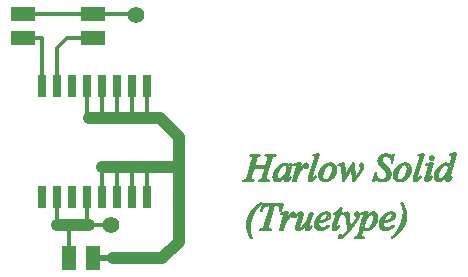
<source format=gbr>
G70*
%FSLAX25Y25*%
%ADD11C,0.04000*%
%ADD12C,0.01200*%
%ADD13C,0.02000*%
%ADD14R,0.08000X0.05000*%
%ADD15R,0.02500X0.07500*%
%ADD16R,0.05000X0.08000*%
%ADD17C,0.00800*%
%ADD18C,0.05500*%
D11*
X444375Y297500D02*
X468125Y297500D01*
X474375Y291250*
X474375Y281250*
D12*
X463942Y281250D02*
X463942Y271255D01*
X458942Y281250D02*
X458942Y271255D01*
X448942Y297500D02*
X453942Y297500D01*
X445625Y332125D02*
X422500Y332125D01*
X448942Y297500D02*
X448942Y308130D01*
X463942Y308130D02*
X463942Y297692D01*
X463750Y297500*
X458942Y297500*
X443942Y271255D02*
X443942Y262067D01*
X443750Y261875*
X443942Y308130D02*
X443942Y297500D01*
X444375Y297500*
D11*
X453942Y281250D02*
X448942Y281250D01*
D12*
X448942Y271255D01*
D11*
X474375Y281250D02*
X474375Y256250D01*
X468750Y250625*
X452500Y250625*
D13*
X445875Y250625D01*
D12*
X453942Y297500D02*
X453942Y308130D01*
D11*
X458942Y281250D02*
X453942Y281250D01*
X463942Y281250D02*
X458942Y281250D01*
X474375Y281250D02*
X463942Y281250D01*
D12*
X458942Y297500D02*
X458942Y308130D01*
X445625Y332125D02*
X460000Y332125D01*
X460000Y331875*
D11*
X443750Y261875D02*
X444375Y261875D01*
D12*
X451875Y261875D01*
X453942Y297500D02*
X458942Y297500D01*
X453942Y281250D02*
X453942Y271255D01*
X444375Y297500D02*
X448942Y297500D01*
D11*
X437875Y261875D02*
X433942Y261875D01*
D12*
X433942Y271255D01*
D11*
X443750Y261875D02*
X437875Y261875D01*
D12*
X445625Y324125D02*
X437250Y324125D01*
X433942Y320817*
X433942Y308130*
X422500Y324125D02*
X428942Y324125D01*
X428942Y308130*
X437875Y261875D02*
X437875Y250625D01*
D14*
X422500Y324125D03*
X422500Y332125D03*
D15*
X428942Y271255D03*
X433942Y271255D03*
X438942Y271255D03*
X443942Y271255D03*
X448942Y271255D03*
X453942Y271255D03*
X458942Y271255D03*
X463942Y271255D03*
X463942Y308130D03*
X458942Y308130D03*
X453942Y308130D03*
X448942Y308130D03*
X443942Y308130D03*
X438942Y308130D03*
X433942Y308130D03*
X428942Y308130D03*
D16*
X437875Y250625D03*
X445875Y250625D03*
D14*
X445625Y324125D03*
X445625Y332125D03*
D17*
G36*
X499432Y281310D02*
X503430Y281310D01*
X504042Y283445*
X504079Y283580*
X504112Y283709*
X504141Y283830*
X504165Y283945*
X504185Y284052*
X504200Y284153*
X504211Y284247*
X504217Y284334*
X504210Y284483*
X504184Y284605*
X504140Y284697*
X503896Y284873*
X503652Y284916*
X503250Y284930*
X503313Y285150*
X506750Y285150*
X506674Y284930*
X506508Y284928*
X506360Y284919*
X506229Y284901*
X506117Y284875*
X506022Y284841*
X505879Y284769*
X505757Y284687*
X505654Y284596*
X505572Y284495*
X505488Y284357*
X505403Y284182*
X505318Y283971*
X505233Y283724*
X505147Y283441*
X503610Y278112*
X503566Y277968*
X503527Y277835*
X503494Y277713*
X503468Y277601*
X503447Y277500*
X503432Y277409*
X503423Y277329*
X503420Y277260*
X503462Y277065*
X503588Y276925*
X503873Y276829*
X504390Y276770*
X504320Y276550*
X501024Y276550*
X501113Y276770*
X501269Y276776*
X501406Y276786*
X501525Y276799*
X501626Y276816*
X501708Y276836*
X501772Y276860*
X501926Y276944*
X502048Y277042*
X502140Y277154*
X502227Y277316*
X502324Y277551*
X502430Y277860*
X502546Y278242*
X503303Y280870*
X499306Y280870*
X498510Y278112*
X498467Y277971*
X498430Y277840*
X498398Y277718*
X498372Y277607*
X498352Y277505*
X498338Y277414*
X498329Y277332*
X498327Y277260*
X498368Y277065*
X498491Y276925*
X498773Y276829*
X499290Y276770*
X499239Y276550*
X495918Y276550*
X496001Y276770*
X496158Y276776*
X496297Y276786*
X496417Y276799*
X496519Y276816*
X496602Y276836*
X496666Y276860*
X496820Y276944*
X496945Y277042*
X497040Y277154*
X497127Y277321*
X497224Y277557*
X497330Y277865*
X497446Y278242*
X498942Y283449*
X498981Y283586*
X499015Y283716*
X499044Y283839*
X499069Y283954*
X499090Y284061*
X499105Y284161*
X499117Y284253*
X499124Y284338*
X499116Y284486*
X499090Y284606*
X499047Y284698*
X498799Y284873*
X498552Y284916*
X498144Y284930*
X498220Y285150*
X501599Y285150*
X501530Y284930*
X501369Y284928*
X501225Y284919*
X501100Y284901*
X500992Y284875*
X500902Y284841*
X500763Y284771*
X500644Y284692*
X500545Y284602*
X500465Y284502*
X500367Y284330*
X500265Y284096*
X500158Y283799*
X500047Y283440*
X499432Y281310*
G37*
X503430Y281310*
X504042Y283445*
X504079Y283580*
X504112Y283709*
X504141Y283830*
X504165Y283945*
X504185Y284052*
X504200Y284153*
X504211Y284247*
X504217Y284334*
X504210Y284483*
X504184Y284605*
X504140Y284697*
X503896Y284873*
X503652Y284916*
X503250Y284930*
X503313Y285150*
X506750Y285150*
X506674Y284930*
X506508Y284928*
X506360Y284919*
X506229Y284901*
X506117Y284875*
X506022Y284841*
X505879Y284769*
X505757Y284687*
X505654Y284596*
X505572Y284495*
X505488Y284357*
X505403Y284182*
X505318Y283971*
X505233Y283724*
X505147Y283441*
X503610Y278112*
X503566Y277968*
X503527Y277835*
X503494Y277713*
X503468Y277601*
X503447Y277500*
X503432Y277409*
X503423Y277329*
X503420Y277260*
X503462Y277065*
X503588Y276925*
X503873Y276829*
X504390Y276770*
X504320Y276550*
X501024Y276550*
X501113Y276770*
X501269Y276776*
X501406Y276786*
X501525Y276799*
X501626Y276816*
X501708Y276836*
X501772Y276860*
X501926Y276944*
X502048Y277042*
X502140Y277154*
X502227Y277316*
X502324Y277551*
X502430Y277860*
X502546Y278242*
X503303Y280870*
X499306Y280870*
X498510Y278112*
X498467Y277971*
X498430Y277840*
X498398Y277718*
X498372Y277607*
X498352Y277505*
X498338Y277414*
X498329Y277332*
X498327Y277260*
X498368Y277065*
X498491Y276925*
X498773Y276829*
X499290Y276770*
X499239Y276550*
X495918Y276550*
X496001Y276770*
X496158Y276776*
X496297Y276786*
X496417Y276799*
X496519Y276816*
X496602Y276836*
X496666Y276860*
X496820Y276944*
X496945Y277042*
X497040Y277154*
X497127Y277321*
X497224Y277557*
X497330Y277865*
X497446Y278242*
X498942Y283449*
X498981Y283586*
X499015Y283716*
X499044Y283839*
X499069Y283954*
X499090Y284061*
X499105Y284161*
X499117Y284253*
X499124Y284338*
X499116Y284486*
X499090Y284606*
X499047Y284698*
X498799Y284873*
X498552Y284916*
X498144Y284930*
X498220Y285150*
X501599Y285150*
X501530Y284930*
X501369Y284928*
X501225Y284919*
X501100Y284901*
X500992Y284875*
X500902Y284841*
X500763Y284771*
X500644Y284692*
X500545Y284602*
X500465Y284502*
X500367Y284330*
X500265Y284096*
X500158Y283799*
X500047Y283440*
X499432Y281310*
X512072Y282190D02*
X510847Y277887D01*
X510706Y277311*
X510671Y277186*
X510717Y277028*
X510807Y276978*
X510962Y277067*
X511093Y277225*
X511251Y277474*
X511434Y277813*
X511650Y277661*
X511593Y277565*
X511535Y277472*
X511478Y277384*
X511419Y277299*
X511361Y277219*
X511303Y277142*
X511244Y277070*
X511185Y277001*
X511126Y276936*
X511066Y276875*
X511006Y276818*
X510946Y276765*
X510886Y276716*
X510799Y276652*
X510714Y276595*
X510631Y276546*
X510548Y276505*
X510468Y276470*
X510389Y276444*
X510311Y276425*
X510235Y276414*
X510137Y276416*
X510050Y276427*
X509973Y276445*
X509906Y276470*
X509849Y276504*
X509802Y276545*
X509732Y276649*
X509690Y276779*
X509676Y276937*
X509681Y277068*
X509698Y277215*
X509726Y277377*
X509765Y277555*
X509815Y277748*
X509957Y278228*
X509881Y278139*
X509805Y278053*
X509730Y277968*
X509655Y277886*
X509581Y277807*
X509508Y277729*
X509434Y277654*
X509362Y277581*
X509290Y277510*
X509218Y277441*
X509147Y277375*
X509076Y277311*
X509006Y277249*
X508937Y277190*
X508868Y277133*
X508799Y277078*
X508731Y277025*
X508664Y276975*
X508597Y276926*
X508530Y276881*
X508464Y276837*
X508399Y276795*
X508334Y276756*
X508269Y276719*
X508169Y276666*
X508069Y276617*
X507969Y276574*
X507870Y276535*
X507771Y276502*
X507672Y276474*
X507574Y276451*
X507476Y276433*
X507378Y276420*
X507281Y276413*
X507172Y276415*
X507067Y276424*
X506967Y276439*
X506870Y276461*
X506777Y276489*
X506688Y276523*
X506603Y276563*
X506521Y276609*
X506444Y276662*
X506371Y276721*
X506300Y276796*
X506236Y276874*
X506178Y276956*
X506126Y277040*
X506080Y277127*
X506040Y277217*
X506006Y277310*
X505979Y277407*
X505958Y277506*
X505942Y277608*
X505933Y277714*
X505930Y277822*
X505932Y277932*
X505938Y278043*
X505948Y278155*
X505963Y278267*
X505981Y278380*
X506003Y278494*
X506030Y278608*
X506060Y278723*
X506095Y278839*
X506134Y278955*
X506176Y279072*
X506223Y279190*
X506274Y279308*
X506329Y279427*
X506388Y279547*
X506451Y279667*
X506519Y279788*
X506578Y279885*
X506638Y279980*
X506698Y280073*
X506760Y280164*
X506823Y280253*
X506886Y280341*
X506951Y280427*
X507016Y280511*
X507082Y280594*
X507149Y280674*
X507217Y280753*
X507286Y280830*
X507356Y280905*
X507427Y280979*
X507499Y281050*
X507571Y281120*
X507645Y281188*
X507719Y281254*
X507794Y281319*
X507871Y281381*
X507948Y281442*
X508026Y281501*
X508105Y281558*
X508185Y281614*
X508276Y281673*
X508367Y281729*
X508457Y281781*
X508546Y281831*
X508634Y281877*
X508721Y281920*
X508807Y281960*
X508892Y281997*
X508976Y282030*
X509059Y282061*
X509141Y282088*
X509223Y282112*
X509303Y282133*
X509382Y282150*
X509461Y282164*
X509538Y282176*
X509615Y282184*
X509691Y282188*
X509765Y282190*
X509883Y282186*
X509994Y282175*
X510100Y282156*
X510201Y282130*
X510295Y282096*
X510384Y282054*
X510467Y282005*
X510556Y281936*
X510638Y281854*
X510713Y281759*
X510780Y281650*
X510839Y281528*
X510892Y281392*
X511080Y282030*
X512072Y282190*
X509722Y281870D02*
X509610Y281864D01*
X509497Y281847*
X509382Y281818*
X509265Y281777*
X509146Y281725*
X509025Y281661*
X508903Y281585*
X508779Y281498*
X508686Y281425*
X508594Y281348*
X508503Y281267*
X508413Y281180*
X508325Y281090*
X508239Y280995*
X508153Y280895*
X508069Y280791*
X507987Y280682*
X507906Y280569*
X507826Y280451*
X507748Y280329*
X507671Y280202*
X507595Y280071*
X507521Y279935*
X507470Y279837*
X507421Y279739*
X507375Y279643*
X507331Y279547*
X507290Y279453*
X507251Y279359*
X507215Y279266*
X507181Y279174*
X507150Y279084*
X507121Y278993*
X507095Y278904*
X507071Y278816*
X507050Y278729*
X507031Y278642*
X507015Y278556*
X507001Y278472*
X506990Y278388*
X506981Y278305*
X506975Y278223*
X506971Y278142*
X506974Y278034*
X506983Y277932*
X506998Y277836*
X507019Y277747*
X507046Y277664*
X507079Y277587*
X507119Y277517*
X507164Y277453*
X507239Y277382*
X507314Y277320*
X507390Y277268*
X507466Y277226*
X507543Y277193*
X507621Y277169*
X507700Y277155*
X507779Y277150*
X507884Y277154*
X507991Y277168*
X508099Y277190*
X508208Y277221*
X508319Y277261*
X508430Y277310*
X508543Y277367*
X508657Y277434*
X508773Y277509*
X508889Y277594*
X509007Y277687*
X509126Y277789*
X509246Y277900*
X509368Y278020*
X509490Y278148*
X509557Y278229*
X509622Y278310*
X509685Y278390*
X509745Y278471*
X509804Y278552*
X509860Y278633*
X509914Y278715*
X509966Y278796*
X510016Y278878*
X510064Y278959*
X510109Y279041*
X510153Y279123*
X510194Y279205*
X510234Y279287*
X510271Y279369*
X510306Y279452*
X510339Y279534*
X510369Y279617*
X510398Y279700*
X510424Y279783*
X510449Y279866*
X510471Y279949*
X510491Y280032*
X510509Y280115*
X510525Y280199*
X510538Y280283*
X510550Y280366*
X510559Y280450*
X510567Y280534*
X510572Y280618*
X510575Y280703*
X510576Y280787*
X510575Y280872*
X510572Y280974*
X510566Y281071*
X510554Y281162*
X510538Y281247*
X510517Y281326*
X510492Y281399*
X510463Y281467*
X510428Y281528*
X510389Y281584*
X510346Y281634*
X510265Y281706*
X510175Y281765*
X510076Y281811*
X509967Y281844*
X509849Y281863*
X509722Y281870*
X506381Y276713D02*
X508257Y276713D01*
X509711Y276713D02*
X510881Y276713D01*
X505978Y277413D02*
X507206Y277413D01*
X508621Y277413D02*
X509187Y277413D01*
X509734Y277413D02*
X510731Y277413D01*
X511212Y277413D02*
X511496Y277413D01*
X505944Y278113D02*
X506972Y278113D01*
X509456Y278113D02*
X509858Y278113D01*
X509923Y278113D02*
X510911Y278113D01*
X506087Y278813D02*
X507070Y278813D01*
X509976Y278813D02*
X511110Y278813D01*
X506372Y279513D02*
X507316Y279513D01*
X510330Y279513D02*
X511310Y279513D01*
X506794Y280213D02*
X507677Y280213D01*
X510527Y280213D02*
X511509Y280213D01*
X507363Y280913D02*
X508168Y280913D01*
X510574Y280913D02*
X511709Y280913D01*
X508183Y281613D02*
X508948Y281613D01*
X510365Y281613D02*
X510798Y281613D01*
X510957Y281613D02*
X511908Y281613D01*
G36*
X512806Y281930D02*
X514970Y282290D01*
X514078Y279213*
X514136Y279312*
X514194Y279410*
X514252Y279505*
X514310Y279599*
X514367Y279692*
X514424Y279783*
X514481Y279872*
X514537Y279960*
X514593Y280046*
X514649Y280131*
X514705Y280214*
X514760Y280295*
X514815Y280375*
X514870Y280453*
X514924Y280530*
X514979Y280605*
X515032Y280679*
X515086Y280751*
X515139Y280821*
X515192Y280890*
X515245Y280958*
X515298Y281023*
X515350Y281087*
X515402Y281150*
X515454Y281211*
X515505Y281270*
X515556Y281328*
X515607Y281384*
X515657Y281439*
X515708Y281492*
X515758Y281543*
X515807Y281593*
X515857Y281642*
X515906Y281688*
X515955Y281734*
X516003Y281777*
X516051Y281819*
X516099Y281860*
X516184Y281928*
X516266Y281991*
X516345Y282048*
X516422Y282099*
X516495Y282144*
X516567Y282182*
X516635Y282215*
X516701Y282242*
X516765Y282263*
X516825Y282278*
X516883Y282287*
X516939Y282290*
X517038Y282282*
X517126Y282259*
X517203Y282221*
X517269Y282167*
X517336Y282072*
X517377Y281954*
X517390Y281810*
X517386Y281692*
X517372Y281575*
X517351Y281460*
X517320Y281346*
X517281Y281234*
X517232Y281123*
X517176Y281014*
X517121Y280927*
X517060Y280856*
X516991Y280801*
X516915Y280762*
X516832Y280738*
X516741Y280730*
X516606Y280754*
X516492Y280826*
X516408Y280947*
X516363Y281119*
X516306Y281279*
X516187Y281330*
X515985Y281279*
X515778Y281110*
X515487Y280782*
X515399Y280675*
X515310Y280563*
X515220Y280447*
X515129Y280324*
X515036Y280197*
X514942Y280065*
X514847Y279928*
X514750Y279785*
X514653Y279637*
X514554Y279484*
X514454Y279326*
X514353Y279163*
X514279Y279041*
X514208Y278914*
X514140Y278783*
X514075Y278647*
X514013Y278507*
X513955Y278363*
X513899Y278214*
X513853Y278086*
X513810Y277969*
X513772Y277861*
X513737Y277762*
X513705Y277673*
X513678Y277594*
X513654Y277524*
X513634Y277464*
X513618Y277413*
X513605Y277372*
X513377Y276550*
X512410Y276550*
X513546Y280490*
X513585Y280624*
X513619Y280750*
X513650Y280868*
X513676Y280978*
X513698Y281081*
X513717Y281175*
X513731Y281262*
X513741Y281340*
X513747Y281411*
X513749Y281474*
X513654Y281665*
X513331Y281767*
X512870Y281710*
X512806Y281930*
G37*
X514970Y282290*
X514078Y279213*
X514136Y279312*
X514194Y279410*
X514252Y279505*
X514310Y279599*
X514367Y279692*
X514424Y279783*
X514481Y279872*
X514537Y279960*
X514593Y280046*
X514649Y280131*
X514705Y280214*
X514760Y280295*
X514815Y280375*
X514870Y280453*
X514924Y280530*
X514979Y280605*
X515032Y280679*
X515086Y280751*
X515139Y280821*
X515192Y280890*
X515245Y280958*
X515298Y281023*
X515350Y281087*
X515402Y281150*
X515454Y281211*
X515505Y281270*
X515556Y281328*
X515607Y281384*
X515657Y281439*
X515708Y281492*
X515758Y281543*
X515807Y281593*
X515857Y281642*
X515906Y281688*
X515955Y281734*
X516003Y281777*
X516051Y281819*
X516099Y281860*
X516184Y281928*
X516266Y281991*
X516345Y282048*
X516422Y282099*
X516495Y282144*
X516567Y282182*
X516635Y282215*
X516701Y282242*
X516765Y282263*
X516825Y282278*
X516883Y282287*
X516939Y282290*
X517038Y282282*
X517126Y282259*
X517203Y282221*
X517269Y282167*
X517336Y282072*
X517377Y281954*
X517390Y281810*
X517386Y281692*
X517372Y281575*
X517351Y281460*
X517320Y281346*
X517281Y281234*
X517232Y281123*
X517176Y281014*
X517121Y280927*
X517060Y280856*
X516991Y280801*
X516915Y280762*
X516832Y280738*
X516741Y280730*
X516606Y280754*
X516492Y280826*
X516408Y280947*
X516363Y281119*
X516306Y281279*
X516187Y281330*
X515985Y281279*
X515778Y281110*
X515487Y280782*
X515399Y280675*
X515310Y280563*
X515220Y280447*
X515129Y280324*
X515036Y280197*
X514942Y280065*
X514847Y279928*
X514750Y279785*
X514653Y279637*
X514554Y279484*
X514454Y279326*
X514353Y279163*
X514279Y279041*
X514208Y278914*
X514140Y278783*
X514075Y278647*
X514013Y278507*
X513955Y278363*
X513899Y278214*
X513853Y278086*
X513810Y277969*
X513772Y277861*
X513737Y277762*
X513705Y277673*
X513678Y277594*
X513654Y277524*
X513634Y277464*
X513618Y277413*
X513605Y277372*
X513377Y276550*
X512410Y276550*
X513546Y280490*
X513585Y280624*
X513619Y280750*
X513650Y280868*
X513676Y280978*
X513698Y281081*
X513717Y281175*
X513731Y281262*
X513741Y281340*
X513747Y281411*
X513749Y281474*
X513654Y281665*
X513331Y281767*
X512870Y281710*
X512806Y281930*
G36*
X521146Y285570D02*
X518901Y277992D01*
X518862Y277857*
X518829Y277736*
X518801Y277628*
X518778Y277535*
X518760Y277455*
X518747Y277389*
X518739Y277336*
X518737Y277297*
X518791Y277139*
X518926Y277076*
X519161Y277183*
X519281Y277302*
X519404Y277445*
X519529Y277613*
X519656Y277805*
X519785Y278021*
X519985Y277826*
X519918Y277728*
X519851Y277634*
X519784Y277544*
X519718Y277457*
X519653Y277374*
X519589Y277294*
X519525Y277218*
X519462Y277145*
X519399Y277076*
X519337Y277010*
X519276Y276948*
X519215Y276889*
X519155Y276834*
X519095Y276783*
X519037Y276735*
X518978Y276690*
X518921Y276649*
X518832Y276593*
X518744Y276544*
X518657Y276503*
X518571Y276470*
X518487Y276444*
X518403Y276425*
X518321Y276414*
X518240Y276410*
X518129Y276420*
X518028Y276450*
X517936Y276501*
X517854Y276571*
X517786Y276655*
X517737Y276745*
X517708Y276841*
X517698Y276943*
X517722Y277149*
X517792Y277463*
X517909Y277884*
X519691Y283850*
X519730Y283989*
X519766Y284117*
X519797Y284231*
X519825Y284333*
X519848Y284423*
X519866Y284501*
X519881Y284566*
X519892Y284618*
X519898Y284658*
X519900Y284686*
X519779Y284936*
X519401Y285034*
X519214Y285023*
X518951Y284990*
X518951Y285210*
X521146Y285570*
G37*
X518901Y277992*
X518862Y277857*
X518829Y277736*
X518801Y277628*
X518778Y277535*
X518760Y277455*
X518747Y277389*
X518739Y277336*
X518737Y277297*
X518791Y277139*
X518926Y277076*
X519161Y277183*
X519281Y277302*
X519404Y277445*
X519529Y277613*
X519656Y277805*
X519785Y278021*
X519985Y277826*
X519918Y277728*
X519851Y277634*
X519784Y277544*
X519718Y277457*
X519653Y277374*
X519589Y277294*
X519525Y277218*
X519462Y277145*
X519399Y277076*
X519337Y277010*
X519276Y276948*
X519215Y276889*
X519155Y276834*
X519095Y276783*
X519037Y276735*
X518978Y276690*
X518921Y276649*
X518832Y276593*
X518744Y276544*
X518657Y276503*
X518571Y276470*
X518487Y276444*
X518403Y276425*
X518321Y276414*
X518240Y276410*
X518129Y276420*
X518028Y276450*
X517936Y276501*
X517854Y276571*
X517786Y276655*
X517737Y276745*
X517708Y276841*
X517698Y276943*
X517722Y277149*
X517792Y277463*
X517909Y277884*
X519691Y283850*
X519730Y283989*
X519766Y284117*
X519797Y284231*
X519825Y284333*
X519848Y284423*
X519866Y284501*
X519881Y284566*
X519892Y284618*
X519898Y284658*
X519900Y284686*
X519779Y284936*
X519401Y285034*
X519214Y285023*
X518951Y284990*
X518951Y285210*
X521146Y285570*
X526810Y280309D02*
X526808Y280197D01*
X526803Y280086*
X526794Y279974*
X526782Y279863*
X526766Y279752*
X526747Y279641*
X526724Y279530*
X526698Y279419*
X526668Y279309*
X526635Y279198*
X526598Y279088*
X526558Y278978*
X526514Y278868*
X526467Y278758*
X526416Y278648*
X526362Y278539*
X526305Y278429*
X526250Y278332*
X526194Y278237*
X526135Y278145*
X526074Y278054*
X526011Y277966*
X525946Y277880*
X525878Y277796*
X525808Y277714*
X525736Y277634*
X525662Y277557*
X525586Y277481*
X525507Y277408*
X525427Y277337*
X525344Y277268*
X525259Y277201*
X525171Y277136*
X525082Y277073*
X524990Y277013*
X524896Y276954*
X524801Y276899*
X524707Y276846*
X524612Y276796*
X524518Y276749*
X524424Y276706*
X524331Y276665*
X524238Y276627*
X524145Y276592*
X524052Y276561*
X523960Y276532*
X523868Y276506*
X523776Y276484*
X523684Y276464*
X523593Y276448*
X523502Y276434*
X523411Y276424*
X523321Y276416*
X523231Y276411*
X523141Y276410*
X523040Y276412*
X522941Y276418*
X522844Y276427*
X522749Y276441*
X522657Y276458*
X522566Y276479*
X522478Y276504*
X522392Y276533*
X522309Y276565*
X522227Y276602*
X522148Y276642*
X522071Y276686*
X521997Y276734*
X521924Y276786*
X521854Y276841*
X521786Y276901*
X521720Y276964*
X521649Y277039*
X521583Y277117*
X521522Y277198*
X521466Y277282*
X521414Y277369*
X521368Y277459*
X521326Y277552*
X521290Y277647*
X521258Y277746*
X521231Y277847*
X521209Y277951*
X521192Y278059*
X521180Y278169*
X521172Y278282*
X521170Y278397*
X521172Y278507*
X521177Y278616*
X521187Y278726*
X521200Y278836*
X521216Y278945*
X521237Y279055*
X521261Y279165*
X521289Y279274*
X521321Y279384*
X521356Y279494*
X521395Y279604*
X521438Y279714*
X521484Y279824*
X521534Y279934*
X521588Y280044*
X521646Y280154*
X521707Y280264*
X521765Y280362*
X521824Y280457*
X521886Y280551*
X521950Y280641*
X522015Y280730*
X522083Y280817*
X522152Y280901*
X522224Y280984*
X522298Y281064*
X522373Y281142*
X522451Y281218*
X522531Y281291*
X522612Y281363*
X522696Y281432*
X522782Y281499*
X522869Y281564*
X522959Y281627*
X523051Y281687*
X523144Y281746*
X523239Y281801*
X523333Y281854*
X523427Y281904*
X523521Y281951*
X523614Y281994*
X523707Y282035*
X523799Y282073*
X523891Y282108*
X523983Y282139*
X524075Y282168*
X524166Y282193*
X524257Y282216*
X524347Y282236*
X524437Y282252*
X524527Y282266*
X524617Y282276*
X524706Y282284*
X524795Y282289*
X524883Y282290*
X524987Y282288*
X525089Y282281*
X525188Y282271*
X525285Y282256*
X525379Y282236*
X525471Y282213*
X525561Y282185*
X525649Y282152*
X525734Y282116*
X525817Y282075*
X525898Y282030*
X525976Y281980*
X526052Y281926*
X526126Y281868*
X526197Y281806*
X526266Y281739*
X526336Y281664*
X526402Y281587*
X526462Y281506*
X526518Y281422*
X526568Y281336*
X526614Y281246*
X526655Y281154*
X526692Y281058*
X526723Y280960*
X526750Y280859*
X526771Y280755*
X526788Y280648*
X526800Y280538*
X526808Y280425*
X526810Y280309*
X525770Y280753D02*
X525768Y280858D01*
X525760Y280959*
X525748Y281054*
X525732Y281146*
X525710Y281232*
X525684Y281314*
X525652Y281392*
X525616Y281465*
X525575Y281533*
X525530Y281597*
X525460Y281668*
X525388Y281731*
X525314Y281787*
X525238Y281836*
X525159Y281877*
X525077Y281910*
X524994Y281936*
X524907Y281955*
X524819Y281966*
X524728Y281970*
X524630Y281966*
X524532Y281955*
X524435Y281937*
X524339Y281911*
X524244Y281878*
X524150Y281837*
X524056Y281789*
X523964Y281734*
X523872Y281671*
X523781Y281601*
X523691Y281523*
X523601Y281438*
X523513Y281346*
X523425Y281246*
X523338Y281139*
X523252Y281024*
X523167Y280902*
X523083Y280773*
X522999Y280636*
X522944Y280541*
X522891Y280446*
X522839Y280351*
X522790Y280255*
X522743Y280160*
X522697Y280065*
X522654Y279970*
X522613Y279875*
X522573Y279780*
X522536Y279686*
X522501Y279591*
X522468Y279496*
X522437Y279401*
X522407Y279306*
X522380Y279212*
X522355Y279117*
X522332Y279023*
X522311Y278928*
X522292Y278834*
X522274Y278739*
X522259Y278645*
X522246Y278550*
X522235Y278456*
X522226Y278362*
X522219Y278267*
X522214Y278173*
X522211Y278079*
X522210Y277985*
X522213Y277877*
X522220Y277775*
X522233Y277677*
X522251Y277583*
X522273Y277494*
X522301Y277410*
X522334Y277330*
X522372Y277255*
X522415Y277184*
X522463Y277118*
X522537Y277044*
X522612Y276978*
X522689Y276920*
X522769Y276870*
X522850Y276827*
X522934Y276792*
X523020Y276765*
X523108Y276746*
X523198Y276734*
X523290Y276730*
X523390Y276734*
X523489Y276746*
X523587Y276767*
X523685Y276796*
X523782Y276832*
X523878Y276877*
X523974Y276931*
X524069Y276992*
X524163Y277062*
X524257Y277140*
X524350Y277226*
X524442Y277320*
X524533Y277422*
X524624Y277533*
X524714Y277652*
X524804Y277779*
X524893Y277914*
X524948Y278009*
X525002Y278103*
X525054Y278198*
X525104Y278292*
X525153Y278386*
X525199Y278480*
X525244Y278573*
X525287Y278666*
X525328Y278760*
X525367Y278852*
X525405Y278945*
X525440Y279038*
X525474Y279130*
X525506Y279222*
X525536Y279314*
X525565Y279405*
X525591Y279497*
X525616Y279588*
X525639Y279679*
X525660Y279769*
X525679Y279860*
X525696Y279950*
X525712Y280040*
X525725Y280130*
X525737Y280220*
X525747Y280309*
X525755Y280399*
X525762Y280488*
X525766Y280576*
X525769Y280665*
X525770Y280753*
X522034Y276710D02*
X524434Y276710D01*
X521393Y277410D02*
X522301Y277410D01*
X524522Y277410D02*
X525510Y277410D01*
X521186Y278110D02*
X522212Y278110D01*
X525006Y278110D02*
X526111Y278110D01*
X521197Y278810D02*
X522287Y278810D01*
X525349Y278810D02*
X526490Y278810D01*
X521362Y279510D02*
X522473Y279510D01*
X525595Y279510D02*
X526719Y279510D01*
X521677Y280210D02*
X522767Y280210D01*
X525736Y280210D02*
X526808Y280210D01*
X522160Y280910D02*
X523173Y280910D01*
X525764Y280910D02*
X526736Y280910D01*
X522935Y281610D02*
X523793Y281610D01*
X525517Y281610D02*
X526382Y281610D01*
G36*
X532750Y282290D02*
X533170Y277540D01*
X533258Y277643*
X533345Y277746*
X533430Y277848*
X533513Y277949*
X533596Y278050*
X533676Y278151*
X533756Y278251*
X533834Y278351*
X533910Y278450*
X533985Y278548*
X534059Y278646*
X534131Y278744*
X534202Y278841*
X534271Y278937*
X534339Y279033*
X534406Y279129*
X534471Y279224*
X534534Y279318*
X534596Y279412*
X534657Y279506*
X534716Y279599*
X534774Y279691*
X534830Y279783*
X534885Y279875*
X534962Y280008*
X535031Y280134*
X535093Y280253*
X535147Y280364*
X535195Y280467*
X535235Y280563*
X535267Y280651*
X535293Y280732*
X535311Y280805*
X535322Y280870*
X535309Y281045*
X535262Y281175*
X535063Y281343*
X534959Y281418*
X534877Y281494*
X534820Y281571*
X534767Y281692*
X534750Y281821*
X534766Y281946*
X534815Y282056*
X534896Y282154*
X535002Y282230*
X535126Y282275*
X535269Y282290*
X535370Y282282*
X535464Y282259*
X535552Y282221*
X535634Y282166*
X535710Y282097*
X535774Y282015*
X535825Y281922*
X535861Y281819*
X535883Y281705*
X535890Y281581*
X535886Y281451*
X535875Y281325*
X535856Y281202*
X535829Y281083*
X535795Y280967*
X535748Y280842*
X535693Y280710*
X535628Y280569*
X535555Y280421*
X535472Y280265*
X535381Y280101*
X535281Y279929*
X535172Y279750*
X535104Y279644*
X535035Y279540*
X534968Y279437*
X534900Y279336*
X534833Y279235*
X534766Y279136*
X534699Y279039*
X534632Y278942*
X534566Y278847*
X534500Y278753*
X534435Y278660*
X534370Y278569*
X534305Y278479*
X534240Y278390*
X534176Y278302*
X534111Y278216*
X534048Y278131*
X533984Y278047*
X533921Y277965*
X533858Y277883*
X533795Y277803*
X533733Y277725*
X533671Y277647*
X533593Y277551*
X533517Y277458*
X533443Y277368*
X533372Y277281*
X533303Y277198*
X533236Y277117*
X533172Y277041*
X533109Y276967*
X533049Y276896*
X532991Y276829*
X532936Y276766*
X532883Y276705*
X532831Y276648*
X532783Y276594*
X532736Y276543*
X532692Y276495*
X532650Y276451*
X532370Y276410*
X531970Y280790*
X529331Y276410*
X529050Y276410*
X529048Y276544*
X529045Y276677*
X529042Y276809*
X529039Y276939*
X529036Y277067*
X529033Y277194*
X529029Y277320*
X529025Y277444*
X529021Y277567*
X529016Y277689*
X529012Y277809*
X529007Y277927*
X529002Y278045*
X528996Y278160*
X528991Y278275*
X528985Y278388*
X528979Y278499*
X528973Y278609*
X528966Y278718*
X528960Y278825*
X528953Y278931*
X528946Y279035*
X528938Y279138*
X528931Y279240*
X528923Y279340*
X528915Y279439*
X528906Y279536*
X528898Y279632*
X528889Y279726*
X528880Y279819*
X528871Y279911*
X528861Y280001*
X528852Y280090*
X528842Y280177*
X528832Y280263*
X528821Y280348*
X528811Y280431*
X528800Y280512*
X528789Y280592*
X528764Y280748*
X528736Y280891*
X528705Y281020*
X528671Y281137*
X528635Y281241*
X528596Y281331*
X528554Y281409*
X528508Y281473*
X528358Y281583*
X528181Y281648*
X527979Y281670*
X527770Y281661*
X527510Y281632*
X527510Y281870*
X529332Y282290*
X529371Y282176*
X529409Y282056*
X529445Y281929*
X529480Y281796*
X529513Y281657*
X529545Y281512*
X529576Y281360*
X529605Y281202*
X529632Y281038*
X529658Y280867*
X529683Y280691*
X529706Y280508*
X529728Y280318*
X529748Y280123*
X529767Y279921*
X529784Y279713*
X529799Y279499*
X529814Y279278*
X529827Y279052*
X529833Y278918*
X529839Y278793*
X529845Y278676*
X529851Y278568*
X529856Y278469*
X529861Y278378*
X529867Y278295*
X529872Y278221*
X529877Y278156*
X529881Y278099*
X529886Y278050*
X529890Y278010*
X532519Y282290*
X532750Y282290*
G37*
X533170Y277540*
X533258Y277643*
X533345Y277746*
X533430Y277848*
X533513Y277949*
X533596Y278050*
X533676Y278151*
X533756Y278251*
X533834Y278351*
X533910Y278450*
X533985Y278548*
X534059Y278646*
X534131Y278744*
X534202Y278841*
X534271Y278937*
X534339Y279033*
X534406Y279129*
X534471Y279224*
X534534Y279318*
X534596Y279412*
X534657Y279506*
X534716Y279599*
X534774Y279691*
X534830Y279783*
X534885Y279875*
X534962Y280008*
X535031Y280134*
X535093Y280253*
X535147Y280364*
X535195Y280467*
X535235Y280563*
X535267Y280651*
X535293Y280732*
X535311Y280805*
X535322Y280870*
X535309Y281045*
X535262Y281175*
X535063Y281343*
X534959Y281418*
X534877Y281494*
X534820Y281571*
X534767Y281692*
X534750Y281821*
X534766Y281946*
X534815Y282056*
X534896Y282154*
X535002Y282230*
X535126Y282275*
X535269Y282290*
X535370Y282282*
X535464Y282259*
X535552Y282221*
X535634Y282166*
X535710Y282097*
X535774Y282015*
X535825Y281922*
X535861Y281819*
X535883Y281705*
X535890Y281581*
X535886Y281451*
X535875Y281325*
X535856Y281202*
X535829Y281083*
X535795Y280967*
X535748Y280842*
X535693Y280710*
X535628Y280569*
X535555Y280421*
X535472Y280265*
X535381Y280101*
X535281Y279929*
X535172Y279750*
X535104Y279644*
X535035Y279540*
X534968Y279437*
X534900Y279336*
X534833Y279235*
X534766Y279136*
X534699Y279039*
X534632Y278942*
X534566Y278847*
X534500Y278753*
X534435Y278660*
X534370Y278569*
X534305Y278479*
X534240Y278390*
X534176Y278302*
X534111Y278216*
X534048Y278131*
X533984Y278047*
X533921Y277965*
X533858Y277883*
X533795Y277803*
X533733Y277725*
X533671Y277647*
X533593Y277551*
X533517Y277458*
X533443Y277368*
X533372Y277281*
X533303Y277198*
X533236Y277117*
X533172Y277041*
X533109Y276967*
X533049Y276896*
X532991Y276829*
X532936Y276766*
X532883Y276705*
X532831Y276648*
X532783Y276594*
X532736Y276543*
X532692Y276495*
X532650Y276451*
X532370Y276410*
X531970Y280790*
X529331Y276410*
X529050Y276410*
X529048Y276544*
X529045Y276677*
X529042Y276809*
X529039Y276939*
X529036Y277067*
X529033Y277194*
X529029Y277320*
X529025Y277444*
X529021Y277567*
X529016Y277689*
X529012Y277809*
X529007Y277927*
X529002Y278045*
X528996Y278160*
X528991Y278275*
X528985Y278388*
X528979Y278499*
X528973Y278609*
X528966Y278718*
X528960Y278825*
X528953Y278931*
X528946Y279035*
X528938Y279138*
X528931Y279240*
X528923Y279340*
X528915Y279439*
X528906Y279536*
X528898Y279632*
X528889Y279726*
X528880Y279819*
X528871Y279911*
X528861Y280001*
X528852Y280090*
X528842Y280177*
X528832Y280263*
X528821Y280348*
X528811Y280431*
X528800Y280512*
X528789Y280592*
X528764Y280748*
X528736Y280891*
X528705Y281020*
X528671Y281137*
X528635Y281241*
X528596Y281331*
X528554Y281409*
X528508Y281473*
X528358Y281583*
X528181Y281648*
X527979Y281670*
X527770Y281661*
X527510Y281632*
X527510Y281870*
X529332Y282290*
X529371Y282176*
X529409Y282056*
X529445Y281929*
X529480Y281796*
X529513Y281657*
X529545Y281512*
X529576Y281360*
X529605Y281202*
X529632Y281038*
X529658Y280867*
X529683Y280691*
X529706Y280508*
X529728Y280318*
X529748Y280123*
X529767Y279921*
X529784Y279713*
X529799Y279499*
X529814Y279278*
X529827Y279052*
X529833Y278918*
X529839Y278793*
X529845Y278676*
X529851Y278568*
X529856Y278469*
X529861Y278378*
X529867Y278295*
X529872Y278221*
X529877Y278156*
X529881Y278099*
X529886Y278050*
X529890Y278010*
X532519Y282290*
X532750Y282290*
G36*
X539270Y276350D02*
X539970Y279530D01*
X540210Y279530*
X540198Y279401*
X540188Y279279*
X540180Y279163*
X540174Y279054*
X540169Y278951*
X540166Y278855*
X540166Y278765*
X540171Y278595*
X540188Y278431*
X540215Y278274*
X540254Y278123*
X540304Y277979*
X540365Y277841*
X540437Y277710*
X540519Y277585*
X540613Y277466*
X540719Y277354*
X540846Y277240*
X540981Y277139*
X541125Y277052*
X541277Y276978*
X541437Y276917*
X541606Y276870*
X541783Y276837*
X541969Y276817*
X542150Y276820*
X542321Y276831*
X542482Y276852*
X542634Y276880*
X542775Y276918*
X542907Y276963*
X543029Y277018*
X543142Y277081*
X543244Y277152*
X543337Y277232*
X543445Y277366*
X543540Y277502*
X543622Y277639*
X543692Y277778*
X543749Y277919*
X543793Y278061*
X543825Y278205*
X543844Y278351*
X543841Y278512*
X543830Y278663*
X543811Y278806*
X543784Y278939*
X543748Y279064*
X543703Y279179*
X543650Y279285*
X543559Y279429*
X543436Y279598*
X543281Y279792*
X543095Y280011*
X542877Y280256*
X542628Y280525*
X542347Y280819*
X542034Y281138*
X541951Y281221*
X541873Y281301*
X541798Y281379*
X541727Y281453*
X541660Y281525*
X541598Y281594*
X541539Y281659*
X541485Y281723*
X541434Y281783*
X541388Y281840*
X541346Y281894*
X541307Y281946*
X541273Y281995*
X541243Y282040*
X541217Y282083*
X541162Y282187*
X541114Y282291*
X541071Y282397*
X541033Y282504*
X541002Y282611*
X540976Y282720*
X540956Y282829*
X540941Y282940*
X540933Y283051*
X540930Y283164*
X540932Y283269*
X540939Y283373*
X540951Y283474*
X540968Y283574*
X540989Y283672*
X541014Y283768*
X541045Y283863*
X541080Y283956*
X541120Y284046*
X541165Y284135*
X541214Y284223*
X541268Y284308*
X541327Y284392*
X541390Y284473*
X541458Y284553*
X541531Y284632*
X541608Y284708*
X541685Y284777*
X541764Y284843*
X541845Y284904*
X541928Y284962*
X542014Y285015*
X542103Y285065*
X542194Y285110*
X542287Y285152*
X542382Y285190*
X542480Y285223*
X542580Y285253*
X542683Y285279*
X542788Y285300*
X542895Y285318*
X543005Y285332*
X543117Y285342*
X543231Y285348*
X543364Y285347*
X543490Y285343*
X543610Y285337*
X543723Y285327*
X543831Y285314*
X543932Y285299*
X544026Y285280*
X544195Y285235*
X544436Y285151*
X544749Y285027*
X544863Y284982*
X544959Y284945*
X545037Y284915*
X545096Y284892*
X545136Y284877*
X545158Y284869*
X545357Y284850*
X545529Y284874*
X545677Y284945*
X545822Y285094*
X545990Y285350*
X546230Y285350*
X545570Y282490*
X545330Y282490*
X545339Y282636*
X545346Y282771*
X545351Y282894*
X545355Y283006*
X545356Y283105*
X545348Y283293*
X545324Y283472*
X545283Y283642*
X545227Y283803*
X545155Y283956*
X545067Y284100*
X544963Y284235*
X544843Y284362*
X544709Y284476*
X544566Y284575*
X544412Y284659*
X544248Y284728*
X544074Y284781*
X543890Y284819*
X543695Y284842*
X543490Y284850*
X543305Y284842*
X543129Y284818*
X542965Y284779*
X542810Y284724*
X542665Y284653*
X542531Y284566*
X542407Y284463*
X542279Y284331*
X542175Y284191*
X542094Y284046*
X542036Y283893*
X542002Y283734*
X541990Y283568*
X542001Y283392*
X542033Y283219*
X542087Y283050*
X542162Y282884*
X542258Y282721*
X542349Y282596*
X542469Y282449*
X542617Y282282*
X542793Y282095*
X542998Y281886*
X543232Y281657*
X543494Y281407*
X543580Y281326*
X543664Y281245*
X543745Y281167*
X543823Y281090*
X543898Y281014*
X543971Y280941*
X544040Y280869*
X544107Y280798*
X544171Y280729*
X544232Y280662*
X544290Y280597*
X544346Y280533*
X544398Y280471*
X544448Y280411*
X544495Y280352*
X544539Y280295*
X544581Y280239*
X544619Y280185*
X544655Y280133*
X544688Y280082*
X544718Y280034*
X544745Y279986*
X544799Y279884*
X544848Y279780*
X544891Y279674*
X544928Y279567*
X544959Y279459*
X544984Y279350*
X545004Y279239*
X545019Y279127*
X545027Y279014*
X545030Y278899*
X545027Y278781*
X545019Y278663*
X545004Y278546*
X544984Y278429*
X544958Y278314*
X544927Y278199*
X544890Y278084*
X544847Y277971*
X544798Y277858*
X544744Y277746*
X544689Y277651*
X544631Y277560*
X544572Y277472*
X544510Y277387*
X544446Y277306*
X544380Y277229*
X544312Y277155*
X544242Y277084*
X544169Y277017*
X544095Y276953*
X544018Y276893*
X543939Y276836*
X543858Y276783*
X543775Y276733*
X543690Y276686*
X543589Y276636*
X543487Y276591*
X543384Y276549*
X543280Y276511*
X543173Y276477*
X543066Y276447*
X542957Y276422*
X542847Y276400*
X542735Y276382*
X542621Y276368*
X542507Y276358*
X542391Y276352*
X542273Y276350*
X542148Y276352*
X542025Y276358*
X541905Y276367*
X541788Y276381*
X541673Y276398*
X541562Y276419*
X541414Y276454*
X541235Y276506*
X541024Y276573*
X540781Y276657*
X540507Y276756*
X540351Y276808*
X540214Y276840*
X540094Y276850*
X539863Y276794*
X539668Y276628*
X539510Y276350*
X539270Y276350*
G37*
X539970Y279530*
X540210Y279530*
X540198Y279401*
X540188Y279279*
X540180Y279163*
X540174Y279054*
X540169Y278951*
X540166Y278855*
X540166Y278765*
X540171Y278595*
X540188Y278431*
X540215Y278274*
X540254Y278123*
X540304Y277979*
X540365Y277841*
X540437Y277710*
X540519Y277585*
X540613Y277466*
X540719Y277354*
X540846Y277240*
X540981Y277139*
X541125Y277052*
X541277Y276978*
X541437Y276917*
X541606Y276870*
X541783Y276837*
X541969Y276817*
X542150Y276820*
X542321Y276831*
X542482Y276852*
X542634Y276880*
X542775Y276918*
X542907Y276963*
X543029Y277018*
X543142Y277081*
X543244Y277152*
X543337Y277232*
X543445Y277366*
X543540Y277502*
X543622Y277639*
X543692Y277778*
X543749Y277919*
X543793Y278061*
X543825Y278205*
X543844Y278351*
X543841Y278512*
X543830Y278663*
X543811Y278806*
X543784Y278939*
X543748Y279064*
X543703Y279179*
X543650Y279285*
X543559Y279429*
X543436Y279598*
X543281Y279792*
X543095Y280011*
X542877Y280256*
X542628Y280525*
X542347Y280819*
X542034Y281138*
X541951Y281221*
X541873Y281301*
X541798Y281379*
X541727Y281453*
X541660Y281525*
X541598Y281594*
X541539Y281659*
X541485Y281723*
X541434Y281783*
X541388Y281840*
X541346Y281894*
X541307Y281946*
X541273Y281995*
X541243Y282040*
X541217Y282083*
X541162Y282187*
X541114Y282291*
X541071Y282397*
X541033Y282504*
X541002Y282611*
X540976Y282720*
X540956Y282829*
X540941Y282940*
X540933Y283051*
X540930Y283164*
X540932Y283269*
X540939Y283373*
X540951Y283474*
X540968Y283574*
X540989Y283672*
X541014Y283768*
X541045Y283863*
X541080Y283956*
X541120Y284046*
X541165Y284135*
X541214Y284223*
X541268Y284308*
X541327Y284392*
X541390Y284473*
X541458Y284553*
X541531Y284632*
X541608Y284708*
X541685Y284777*
X541764Y284843*
X541845Y284904*
X541928Y284962*
X542014Y285015*
X542103Y285065*
X542194Y285110*
X542287Y285152*
X542382Y285190*
X542480Y285223*
X542580Y285253*
X542683Y285279*
X542788Y285300*
X542895Y285318*
X543005Y285332*
X543117Y285342*
X543231Y285348*
X543364Y285347*
X543490Y285343*
X543610Y285337*
X543723Y285327*
X543831Y285314*
X543932Y285299*
X544026Y285280*
X544195Y285235*
X544436Y285151*
X544749Y285027*
X544863Y284982*
X544959Y284945*
X545037Y284915*
X545096Y284892*
X545136Y284877*
X545158Y284869*
X545357Y284850*
X545529Y284874*
X545677Y284945*
X545822Y285094*
X545990Y285350*
X546230Y285350*
X545570Y282490*
X545330Y282490*
X545339Y282636*
X545346Y282771*
X545351Y282894*
X545355Y283006*
X545356Y283105*
X545348Y283293*
X545324Y283472*
X545283Y283642*
X545227Y283803*
X545155Y283956*
X545067Y284100*
X544963Y284235*
X544843Y284362*
X544709Y284476*
X544566Y284575*
X544412Y284659*
X544248Y284728*
X544074Y284781*
X543890Y284819*
X543695Y284842*
X543490Y284850*
X543305Y284842*
X543129Y284818*
X542965Y284779*
X542810Y284724*
X542665Y284653*
X542531Y284566*
X542407Y284463*
X542279Y284331*
X542175Y284191*
X542094Y284046*
X542036Y283893*
X542002Y283734*
X541990Y283568*
X542001Y283392*
X542033Y283219*
X542087Y283050*
X542162Y282884*
X542258Y282721*
X542349Y282596*
X542469Y282449*
X542617Y282282*
X542793Y282095*
X542998Y281886*
X543232Y281657*
X543494Y281407*
X543580Y281326*
X543664Y281245*
X543745Y281167*
X543823Y281090*
X543898Y281014*
X543971Y280941*
X544040Y280869*
X544107Y280798*
X544171Y280729*
X544232Y280662*
X544290Y280597*
X544346Y280533*
X544398Y280471*
X544448Y280411*
X544495Y280352*
X544539Y280295*
X544581Y280239*
X544619Y280185*
X544655Y280133*
X544688Y280082*
X544718Y280034*
X544745Y279986*
X544799Y279884*
X544848Y279780*
X544891Y279674*
X544928Y279567*
X544959Y279459*
X544984Y279350*
X545004Y279239*
X545019Y279127*
X545027Y279014*
X545030Y278899*
X545027Y278781*
X545019Y278663*
X545004Y278546*
X544984Y278429*
X544958Y278314*
X544927Y278199*
X544890Y278084*
X544847Y277971*
X544798Y277858*
X544744Y277746*
X544689Y277651*
X544631Y277560*
X544572Y277472*
X544510Y277387*
X544446Y277306*
X544380Y277229*
X544312Y277155*
X544242Y277084*
X544169Y277017*
X544095Y276953*
X544018Y276893*
X543939Y276836*
X543858Y276783*
X543775Y276733*
X543690Y276686*
X543589Y276636*
X543487Y276591*
X543384Y276549*
X543280Y276511*
X543173Y276477*
X543066Y276447*
X542957Y276422*
X542847Y276400*
X542735Y276382*
X542621Y276368*
X542507Y276358*
X542391Y276352*
X542273Y276350*
X542148Y276352*
X542025Y276358*
X541905Y276367*
X541788Y276381*
X541673Y276398*
X541562Y276419*
X541414Y276454*
X541235Y276506*
X541024Y276573*
X540781Y276657*
X540507Y276756*
X540351Y276808*
X540214Y276840*
X540094Y276850*
X539863Y276794*
X539668Y276628*
X539510Y276350*
X539270Y276350*
X551710Y280309D02*
X551708Y280197D01*
X551703Y280086*
X551694Y279974*
X551682Y279863*
X551666Y279752*
X551647Y279641*
X551624Y279530*
X551598Y279419*
X551568Y279309*
X551535Y279198*
X551498Y279088*
X551458Y278978*
X551414Y278868*
X551367Y278758*
X551316Y278648*
X551262Y278539*
X551205Y278429*
X551150Y278332*
X551094Y278237*
X551035Y278145*
X550974Y278054*
X550911Y277966*
X550846Y277880*
X550778Y277796*
X550708Y277714*
X550636Y277634*
X550562Y277557*
X550486Y277481*
X550407Y277408*
X550327Y277337*
X550244Y277268*
X550159Y277201*
X550071Y277136*
X549982Y277073*
X549890Y277013*
X549796Y276954*
X549701Y276899*
X549607Y276846*
X549512Y276796*
X549418Y276749*
X549324Y276706*
X549231Y276665*
X549138Y276627*
X549045Y276592*
X548952Y276561*
X548860Y276532*
X548768Y276506*
X548676Y276484*
X548584Y276464*
X548493Y276448*
X548402Y276434*
X548311Y276424*
X548221Y276416*
X548131Y276411*
X548041Y276410*
X547940Y276412*
X547841Y276418*
X547744Y276427*
X547649Y276441*
X547557Y276458*
X547466Y276479*
X547378Y276504*
X547292Y276533*
X547209Y276565*
X547127Y276602*
X547048Y276642*
X546971Y276686*
X546897Y276734*
X546824Y276786*
X546754Y276841*
X546686Y276901*
X546620Y276964*
X546549Y277039*
X546483Y277117*
X546422Y277198*
X546366Y277282*
X546314Y277369*
X546268Y277459*
X546226Y277552*
X546190Y277647*
X546158Y277746*
X546131Y277847*
X546109Y277951*
X546092Y278059*
X546080Y278169*
X546072Y278282*
X546070Y278397*
X546072Y278507*
X546077Y278616*
X546087Y278726*
X546100Y278836*
X546116Y278945*
X546137Y279055*
X546161Y279165*
X546189Y279274*
X546221Y279384*
X546256Y279494*
X546295Y279604*
X546338Y279714*
X546384Y279824*
X546434Y279934*
X546488Y280044*
X546546Y280154*
X546607Y280264*
X546665Y280362*
X546724Y280457*
X546786Y280551*
X546850Y280641*
X546915Y280730*
X546983Y280817*
X547052Y280901*
X547124Y280984*
X547198Y281064*
X547273Y281142*
X547351Y281218*
X547431Y281291*
X547512Y281363*
X547596Y281432*
X547682Y281499*
X547769Y281564*
X547859Y281627*
X547951Y281687*
X548044Y281746*
X548139Y281801*
X548233Y281854*
X548327Y281904*
X548421Y281951*
X548514Y281994*
X548607Y282035*
X548699Y282073*
X548791Y282108*
X548883Y282139*
X548975Y282168*
X549066Y282193*
X549157Y282216*
X549247Y282236*
X549337Y282252*
X549427Y282266*
X549517Y282276*
X549606Y282284*
X549695Y282289*
X549783Y282290*
X549887Y282288*
X549989Y282281*
X550088Y282271*
X550185Y282256*
X550279Y282236*
X550371Y282213*
X550461Y282185*
X550549Y282152*
X550634Y282116*
X550717Y282075*
X550798Y282030*
X550876Y281980*
X550952Y281926*
X551026Y281868*
X551097Y281806*
X551166Y281739*
X551236Y281664*
X551302Y281587*
X551362Y281506*
X551418Y281422*
X551468Y281336*
X551514Y281246*
X551555Y281154*
X551592Y281058*
X551623Y280960*
X551650Y280859*
X551671Y280755*
X551688Y280648*
X551700Y280538*
X551708Y280425*
X551710Y280309*
X550670Y280753D02*
X550668Y280858D01*
X550660Y280959*
X550648Y281054*
X550632Y281146*
X550610Y281232*
X550584Y281314*
X550552Y281392*
X550516Y281465*
X550475Y281533*
X550430Y281597*
X550360Y281668*
X550288Y281731*
X550214Y281787*
X550138Y281836*
X550059Y281877*
X549977Y281910*
X549894Y281936*
X549807Y281955*
X549719Y281966*
X549628Y281970*
X549530Y281966*
X549432Y281955*
X549335Y281937*
X549239Y281911*
X549144Y281878*
X549050Y281837*
X548956Y281789*
X548864Y281734*
X548772Y281671*
X548681Y281601*
X548591Y281523*
X548501Y281438*
X548413Y281346*
X548325Y281246*
X548238Y281139*
X548152Y281024*
X548067Y280902*
X547983Y280773*
X547899Y280636*
X547844Y280541*
X547791Y280446*
X547739Y280351*
X547690Y280255*
X547643Y280160*
X547597Y280065*
X547554Y279970*
X547513Y279875*
X547473Y279780*
X547436Y279686*
X547401Y279591*
X547368Y279496*
X547337Y279401*
X547307Y279306*
X547280Y279212*
X547255Y279117*
X547232Y279023*
X547211Y278928*
X547192Y278834*
X547174Y278739*
X547159Y278645*
X547146Y278550*
X547135Y278456*
X547126Y278362*
X547119Y278267*
X547114Y278173*
X547111Y278079*
X547110Y277985*
X547113Y277877*
X547120Y277775*
X547133Y277677*
X547151Y277583*
X547173Y277494*
X547201Y277410*
X547234Y277330*
X547272Y277255*
X547315Y277184*
X547363Y277118*
X547437Y277044*
X547512Y276978*
X547589Y276920*
X547669Y276870*
X547750Y276827*
X547834Y276792*
X547920Y276765*
X548008Y276746*
X548098Y276734*
X548190Y276730*
X548290Y276734*
X548389Y276746*
X548487Y276767*
X548585Y276796*
X548682Y276832*
X548778Y276877*
X548874Y276931*
X548969Y276992*
X549063Y277062*
X549157Y277140*
X549250Y277226*
X549342Y277320*
X549433Y277422*
X549524Y277533*
X549614Y277652*
X549704Y277779*
X549793Y277914*
X549848Y278009*
X549902Y278103*
X549954Y278198*
X550004Y278292*
X550053Y278386*
X550099Y278480*
X550144Y278573*
X550187Y278666*
X550228Y278760*
X550267Y278852*
X550305Y278945*
X550340Y279038*
X550374Y279130*
X550406Y279222*
X550436Y279314*
X550465Y279405*
X550491Y279497*
X550516Y279588*
X550539Y279679*
X550560Y279769*
X550579Y279860*
X550596Y279950*
X550612Y280040*
X550625Y280130*
X550637Y280220*
X550647Y280309*
X550655Y280399*
X550662Y280488*
X550666Y280576*
X550669Y280665*
X550670Y280753*
X546934Y276710D02*
X549334Y276710D01*
X546293Y277410D02*
X547201Y277410D01*
X549422Y277410D02*
X550410Y277410D01*
X546086Y278110D02*
X547112Y278110D01*
X549906Y278110D02*
X551011Y278110D01*
X546097Y278810D02*
X547187Y278810D01*
X550249Y278810D02*
X551390Y278810D01*
X546262Y279510D02*
X547373Y279510D01*
X550495Y279510D02*
X551619Y279510D01*
X546577Y280210D02*
X547667Y280210D01*
X550636Y280210D02*
X551708Y280210D01*
X547060Y280910D02*
X548073Y280910D01*
X550664Y280910D02*
X551636Y280910D01*
X547835Y281610D02*
X548693Y281610D01*
X550417Y281610D02*
X551282Y281610D01*
G36*
X556146Y285570D02*
X553901Y277992D01*
X553862Y277857*
X553829Y277736*
X553801Y277628*
X553778Y277535*
X553760Y277455*
X553747Y277389*
X553739Y277336*
X553737Y277297*
X553791Y277139*
X553926Y277076*
X554161Y277183*
X554281Y277302*
X554404Y277445*
X554529Y277613*
X554656Y277805*
X554785Y278021*
X554985Y277826*
X554918Y277728*
X554851Y277634*
X554784Y277544*
X554718Y277457*
X554653Y277374*
X554589Y277294*
X554525Y277218*
X554462Y277145*
X554399Y277076*
X554337Y277010*
X554276Y276948*
X554215Y276889*
X554155Y276834*
X554095Y276783*
X554037Y276735*
X553978Y276690*
X553921Y276649*
X553832Y276593*
X553744Y276544*
X553657Y276503*
X553571Y276470*
X553487Y276444*
X553403Y276425*
X553321Y276414*
X553240Y276410*
X553129Y276420*
X553028Y276450*
X552936Y276501*
X552854Y276571*
X552786Y276655*
X552737Y276745*
X552708Y276841*
X552698Y276943*
X552722Y277149*
X552792Y277463*
X552909Y277884*
X554691Y283850*
X554730Y283989*
X554766Y284117*
X554797Y284231*
X554825Y284333*
X554848Y284423*
X554866Y284501*
X554881Y284566*
X554892Y284618*
X554898Y284658*
X554900Y284686*
X554779Y284936*
X554401Y285034*
X554214Y285023*
X553951Y284990*
X553951Y285210*
X556146Y285570*
G37*
X553901Y277992*
X553862Y277857*
X553829Y277736*
X553801Y277628*
X553778Y277535*
X553760Y277455*
X553747Y277389*
X553739Y277336*
X553737Y277297*
X553791Y277139*
X553926Y277076*
X554161Y277183*
X554281Y277302*
X554404Y277445*
X554529Y277613*
X554656Y277805*
X554785Y278021*
X554985Y277826*
X554918Y277728*
X554851Y277634*
X554784Y277544*
X554718Y277457*
X554653Y277374*
X554589Y277294*
X554525Y277218*
X554462Y277145*
X554399Y277076*
X554337Y277010*
X554276Y276948*
X554215Y276889*
X554155Y276834*
X554095Y276783*
X554037Y276735*
X553978Y276690*
X553921Y276649*
X553832Y276593*
X553744Y276544*
X553657Y276503*
X553571Y276470*
X553487Y276444*
X553403Y276425*
X553321Y276414*
X553240Y276410*
X553129Y276420*
X553028Y276450*
X552936Y276501*
X552854Y276571*
X552786Y276655*
X552737Y276745*
X552708Y276841*
X552698Y276943*
X552722Y277149*
X552792Y277463*
X552909Y277884*
X554691Y283850*
X554730Y283989*
X554766Y284117*
X554797Y284231*
X554825Y284333*
X554848Y284423*
X554866Y284501*
X554881Y284566*
X554892Y284618*
X554898Y284658*
X554900Y284686*
X554779Y284936*
X554401Y285034*
X554214Y285023*
X553951Y284990*
X553951Y285210*
X556146Y285570*
G36*
X558700Y284770D02*
X558803Y284763D01*
X558899Y284741*
X558988Y284704*
X559071Y284653*
X559147Y284587*
X559213Y284511*
X559264Y284428*
X559301Y284339*
X559323Y284243*
X559330Y284140*
X559323Y284040*
X559300Y283945*
X559263Y283856*
X559211Y283773*
X559144Y283696*
X559067Y283629*
X558984Y283577*
X558895Y283540*
X558800Y283517*
X558700Y283510*
X558600Y283517*
X558505Y283540*
X558416Y283577*
X558333Y283629*
X558256Y283696*
X558189Y283773*
X558137Y283856*
X558100Y283945*
X558077Y284040*
X558070Y284140*
X558077Y284243*
X558099Y284339*
X558136Y284428*
X558187Y284511*
X558253Y284587*
X558329Y284653*
X558412Y284704*
X558501Y284741*
X558597Y284763*
X558700Y284770*
G37*
X558803Y284763*
X558899Y284741*
X558988Y284704*
X559071Y284653*
X559147Y284587*
X559213Y284511*
X559264Y284428*
X559301Y284339*
X559323Y284243*
X559330Y284140*
X559323Y284040*
X559300Y283945*
X559263Y283856*
X559211Y283773*
X559144Y283696*
X559067Y283629*
X558984Y283577*
X558895Y283540*
X558800Y283517*
X558700Y283510*
X558600Y283517*
X558505Y283540*
X558416Y283577*
X558333Y283629*
X558256Y283696*
X558189Y283773*
X558137Y283856*
X558100Y283945*
X558077Y284040*
X558070Y284140*
X558077Y284243*
X558099Y284339*
X558136Y284428*
X558187Y284511*
X558253Y284587*
X558329Y284653*
X558412Y284704*
X558501Y284741*
X558597Y284763*
X558700Y284770*
G36*
X558961Y282290D02*
X557629Y277817D01*
X557588Y277676*
X557554Y277555*
X557528Y277454*
X557509Y277374*
X557498Y277314*
X557494Y277274*
X557549Y277117*
X557678Y277057*
X557886Y277153*
X557995Y277253*
X558105Y277367*
X558215Y277494*
X558326Y277635*
X558437Y277790*
X558548Y277959*
X558770Y277813*
X558706Y277714*
X558641Y277617*
X558573Y277523*
X558504Y277432*
X558433Y277343*
X558361Y277257*
X558287Y277174*
X558211Y277094*
X558134Y277016*
X558054Y276940*
X557973Y276868*
X557891Y276798*
X557806Y276730*
X557716Y276663*
X557626Y276604*
X557537Y276552*
X557449Y276509*
X557362Y276473*
X557276Y276446*
X557191Y276426*
X557107Y276414*
X557001Y276417*
X556906Y276429*
X556820Y276449*
X556743Y276478*
X556677Y276515*
X556620Y276562*
X556551Y276642*
X556502Y276733*
X556473Y276833*
X556463Y276943*
X556474Y277080*
X556505Y277256*
X556558Y277470*
X556632Y277724*
X557509Y280570*
X557548Y280706*
X557582Y280832*
X557612Y280948*
X557639Y281052*
X557661Y281146*
X557679Y281230*
X557694Y281303*
X557704Y281365*
X557710Y281417*
X557712Y281459*
X557614Y281690*
X557345Y281780*
X557131Y281762*
X556769Y281710*
X556769Y281930*
X558961Y282290*
G37*
X557629Y277817*
X557588Y277676*
X557554Y277555*
X557528Y277454*
X557509Y277374*
X557498Y277314*
X557494Y277274*
X557549Y277117*
X557678Y277057*
X557886Y277153*
X557995Y277253*
X558105Y277367*
X558215Y277494*
X558326Y277635*
X558437Y277790*
X558548Y277959*
X558770Y277813*
X558706Y277714*
X558641Y277617*
X558573Y277523*
X558504Y277432*
X558433Y277343*
X558361Y277257*
X558287Y277174*
X558211Y277094*
X558134Y277016*
X558054Y276940*
X557973Y276868*
X557891Y276798*
X557806Y276730*
X557716Y276663*
X557626Y276604*
X557537Y276552*
X557449Y276509*
X557362Y276473*
X557276Y276446*
X557191Y276426*
X557107Y276414*
X557001Y276417*
X556906Y276429*
X556820Y276449*
X556743Y276478*
X556677Y276515*
X556620Y276562*
X556551Y276642*
X556502Y276733*
X556473Y276833*
X556463Y276943*
X556474Y277080*
X556505Y277256*
X556558Y277470*
X556632Y277724*
X557509Y280570*
X557548Y280706*
X557582Y280832*
X557612Y280948*
X557639Y281052*
X557661Y281146*
X557679Y281230*
X557694Y281303*
X557704Y281365*
X557710Y281417*
X557712Y281459*
X557614Y281690*
X557345Y281780*
X557131Y281762*
X556769Y281710*
X556769Y281930*
X558961Y282290*
X566858Y285630D02*
X564623Y277993D01*
X564585Y277861*
X564552Y277738*
X564522Y277627*
X564498Y277526*
X564477Y277435*
X564462Y277355*
X564451Y277285*
X564444Y277226*
X564477Y277074*
X564550Y277024*
X564679Y277096*
X564869Y277352*
X565154Y277843*
X565370Y277710*
X565308Y277609*
X565247Y277511*
X565185Y277418*
X565123Y277328*
X565061Y277242*
X564999Y277160*
X564937Y277082*
X564875Y277008*
X564812Y276938*
X564750Y276871*
X564687Y276809*
X564624Y276750*
X564541Y276679*
X564459Y276616*
X564379Y276561*
X564299Y276515*
X564221Y276477*
X564144Y276448*
X564068Y276427*
X563993Y276414*
X563877Y276422*
X563775Y276449*
X563688Y276495*
X563615Y276561*
X563542Y276676*
X563498Y276818*
X563484Y276988*
X563489Y277115*
X563505Y277255*
X563531Y277408*
X563568Y277575*
X563616Y277756*
X563674Y277951*
X563898Y278727*
X563831Y278634*
X563764Y278543*
X563698Y278455*
X563632Y278367*
X563566Y278282*
X563501Y278199*
X563436Y278118*
X563372Y278039*
X563308Y277961*
X563245Y277886*
X563182Y277812*
X563119Y277741*
X563057Y277671*
X562995Y277603*
X562933Y277537*
X562872Y277473*
X562812Y277411*
X562751Y277351*
X562691Y277293*
X562632Y277237*
X562573Y277183*
X562514Y277130*
X562456Y277080*
X562398Y277031*
X562341Y276985*
X562284Y276940*
X562227Y276897*
X562171Y276856*
X562115Y276818*
X562059Y276781*
X561965Y276721*
X561870Y276667*
X561777Y276618*
X561684Y276575*
X561592Y276536*
X561501Y276503*
X561410Y276474*
X561320Y276451*
X561230Y276433*
X561142Y276420*
X561054Y276413*
X560966Y276410*
X560862Y276414*
X560760Y276427*
X560661Y276448*
X560564Y276478*
X560471Y276517*
X560380Y276564*
X560292Y276619*
X560206Y276683*
X560123Y276756*
X560043Y276837*
X559975Y276917*
X559913Y277003*
X559858Y277093*
X559809Y277188*
X559767Y277289*
X559731Y277395*
X559702Y277505*
X559679Y277621*
X559663Y277742*
X559653Y277868*
X559655Y277981*
X559660Y278094*
X559669Y278207*
X559681Y278320*
X559697Y278433*
X559717Y278546*
X559740Y278659*
X559767Y278771*
X559797Y278884*
X559832Y278997*
X559869Y279110*
X559911Y279223*
X559956Y279335*
X560005Y279448*
X560057Y279561*
X560113Y279674*
X560173Y279786*
X560236Y279899*
X560303Y280011*
X560363Y280108*
X560425Y280203*
X560489Y280296*
X560554Y280387*
X560621Y280477*
X560690Y280565*
X560761Y280652*
X560833Y280736*
X560907Y280820*
X560983Y280901*
X561061Y280981*
X561140Y281060*
X561221Y281136*
X561304Y281211*
X561388Y281285*
X561474Y281356*
X561562Y281426*
X561652Y281495*
X561744Y281561*
X561837Y281627*
X561931Y281690*
X562028Y281752*
X562122Y281810*
X562214Y281865*
X562306Y281916*
X562397Y281964*
X562487Y282009*
X562576Y282051*
X562665Y282089*
X562752Y282124*
X562839Y282155*
X562925Y282184*
X563010Y282209*
X563094Y282230*
X563178Y282248*
X563260Y282263*
X563342Y282275*
X563422Y282283*
X563502Y282288*
X563612Y282287*
X563716Y282280*
X563815Y282270*
X563907Y282254*
X563994Y282235*
X564075Y282211*
X564151Y282182*
X564221Y282149*
X564328Y282085*
X564434Y282006*
X564540Y281913*
X564645Y281804*
X564750Y281681*
X565354Y283776*
X565392Y283909*
X565426Y284031*
X565458Y284142*
X565487Y284242*
X565514Y284330*
X565556Y284493*
X565582Y284636*
X565590Y284758*
X565494Y284985*
X565339Y285067*
X565145Y285094*
X564948Y285083*
X564654Y285050*
X564654Y285270*
X566858Y285630*
X564404Y281069D02*
X564400Y281168D01*
X564388Y281262*
X564368Y281351*
X564340Y281436*
X564303Y281515*
X564258Y281589*
X564206Y281658*
X564145Y281723*
X564055Y281798*
X563956Y281860*
X563851Y281908*
X563737Y281943*
X563615Y281963*
X563486Y281970*
X563388Y281966*
X563289Y281954*
X563190Y281933*
X563090Y281905*
X562990Y281868*
X562889Y281823*
X562788Y281770*
X562687Y281709*
X562585Y281640*
X562482Y281563*
X562379Y281477*
X562276Y281384*
X562172Y281282*
X562068Y281172*
X561963Y281054*
X561858Y280928*
X561753Y280793*
X561691Y280708*
X561631Y280622*
X561573Y280537*
X561517Y280453*
X561463Y280369*
X561411Y280285*
X561360Y280202*
X561311Y280120*
X561264Y280037*
X561219Y279956*
X561176Y279874*
X561135Y279793*
X561095Y279713*
X561058Y279633*
X561022Y279553*
X560988Y279474*
X560956Y279396*
X560925Y279318*
X560897Y279240*
X560870Y279162*
X560845Y279086*
X560822Y279009*
X560801Y278933*
X560782Y278858*
X560764Y278782*
X560749Y278708*
X560735Y278634*
X560723Y278560*
X560713Y278486*
X560705Y278414*
X560698Y278341*
X560694Y278269*
X560691Y278198*
X560690Y278127*
X560693Y278024*
X560702Y277926*
X560717Y277834*
X560738Y277748*
X560765Y277668*
X560799Y277592*
X560838Y277523*
X560883Y277459*
X560958Y277386*
X561034Y277324*
X561111Y277271*
X561190Y277227*
X561270Y277193*
X561352Y277169*
X561435Y277155*
X561519Y277150*
X561623Y277156*
X561730Y277175*
X561839Y277207*
X561950Y277251*
X562065Y277309*
X562181Y277378*
X562301Y277461*
X562422Y277556*
X562547Y277664*
X562674Y277784*
X562803Y277917*
X562935Y278063*
X563070Y278222*
X563207Y278393*
X563347Y278577*
X563410Y278663*
X563471Y278749*
X563530Y278833*
X563588Y278918*
X563643Y279001*
X563696Y279084*
X563748Y279166*
X563797Y279248*
X563845Y279329*
X563891Y279409*
X563934Y279488*
X563976Y279567*
X564016Y279645*
X564054Y279723*
X564090Y279800*
X564124Y279876*
X564156Y279951*
X564186Y280026*
X564214Y280100*
X564240Y280174*
X564265Y280247*
X564287Y280319*
X564307Y280391*
X564326Y280461*
X564342Y280532*
X564357Y280601*
X564369Y280670*
X564380Y280738*
X564389Y280806*
X564396Y280873*
X564400Y280939*
X564403Y281004*
X564404Y281069*
X560176Y276710D02*
X561945Y276710D01*
X563531Y276710D02*
X564578Y276710D01*
X559727Y277410D02*
X560933Y277410D01*
X562227Y277410D02*
X562810Y277410D01*
X563532Y277410D02*
X564473Y277410D01*
X564902Y277410D02*
X565180Y277410D01*
X559661Y278110D02*
X560691Y278110D01*
X562975Y278110D02*
X563430Y278110D01*
X563720Y278110D02*
X564658Y278110D01*
X559777Y278810D02*
X560771Y278810D01*
X563514Y278810D02*
X564862Y278810D01*
X560034Y279510D02*
X561003Y279510D01*
X563946Y279510D02*
X565067Y279510D01*
X560430Y280210D02*
X561365Y280210D01*
X564252Y280210D02*
X565272Y280210D01*
X560992Y280910D02*
X561844Y280910D01*
X564398Y280910D02*
X565477Y280910D01*
X561813Y281610D02*
X562545Y281610D01*
X564243Y281610D02*
X565682Y281610D01*
X564931Y282310D02*
X565887Y282310D01*
X565133Y283010D02*
X566092Y283010D01*
X565335Y283710D02*
X566296Y283710D01*
X565535Y284410D02*
X566501Y284410D01*
X564654Y285110D02*
X566706Y285110D01*
G36*
X498670Y257571D02*
X498470Y257470D01*
X498415Y257576*
X498360Y257681*
X498307Y257785*
X498255Y257889*
X498205Y257991*
X498155Y258092*
X498107Y258193*
X498060Y258293*
X498014Y258391*
X497969Y258489*
X497925Y258586*
X497882Y258682*
X497841Y258777*
X497801Y258871*
X497762Y258964*
X497724Y259056*
X497687Y259147*
X497652Y259238*
X497617Y259327*
X497584Y259416*
X497552Y259503*
X497521Y259590*
X497491Y259676*
X497463Y259761*
X497435Y259845*
X497409Y259928*
X497384Y260010*
X497351Y260125*
X497321Y260240*
X497293Y260355*
X497267Y260470*
X497243Y260585*
X497221Y260701*
X497202Y260816*
X497185Y260932*
X497171Y261048*
X497158Y261164*
X497148Y261280*
X497140Y261396*
X497135Y261512*
X497131Y261629*
X497130Y261745*
X497131Y261855*
X497133Y261964*
X497136Y262073*
X497141Y262181*
X497147Y262288*
X497155Y262395*
X497164Y262501*
X497174Y262607*
X497186Y262712*
X497199Y262816*
X497213Y262920*
X497229Y263023*
X497246Y263126*
X497265Y263228*
X497285Y263329*
X497306Y263429*
X497329Y263529*
X497353Y263629*
X497379Y263728*
X497406Y263826*
X497434Y263923*
X497464Y264020*
X497495Y264116*
X497527Y264212*
X497561Y264307*
X497596Y264402*
X497633Y264495*
X497670Y264589*
X497710Y264681*
X497750Y264773*
X497792Y264864*
X497836Y264955*
X497881Y265045*
X497927Y265135*
X497974Y265224*
X498023Y265312*
X498074Y265399*
X498133Y265498*
X498193Y265597*
X498256Y265695*
X498320Y265794*
X498386Y265892*
X498454Y265990*
X498523Y266088*
X498595Y266186*
X498668Y266283*
X498743Y266381*
X498820Y266478*
X498899Y266576*
X498979Y266673*
X499061Y266770*
X499145Y266867*
X499231Y266964*
X499319Y267061*
X499408Y267157*
X499499Y267254*
X499592Y267350*
X499687Y267446*
X499784Y267542*
X499882Y267638*
X499982Y267734*
X500084Y267830*
X500188Y267925*
X500294Y268021*
X500401Y268116*
X500510Y268211*
X500621Y268306*
X500734Y268401*
X500849Y268496*
X500965Y268591*
X501083Y268685*
X501203Y268780*
X501325Y268874*
X501449Y268968*
X501574Y269062*
X501701Y269156*
X501970Y269028*
X501854Y268941*
X501740Y268853*
X501628Y268763*
X501518Y268673*
X501410Y268581*
X501305Y268489*
X501202Y268395*
X501100Y268301*
X501001Y268205*
X500905Y268108*
X500810Y268011*
X500717Y267912*
X500627Y267812*
X500539Y267711*
X500453Y267609*
X500369Y267506*
X500287Y267402*
X500208Y267297*
X500130Y267191*
X500051Y267074*
X499973Y266956*
X499896Y266837*
X499821Y266716*
X499746Y266593*
X499674Y266469*
X499602Y266344*
X499532Y266217*
X499463Y266089*
X499395Y265959*
X499329Y265828*
X499264Y265696*
X499201Y265562*
X499138Y265426*
X499077Y265289*
X499018Y265151*
X498959Y265011*
X498902Y264870*
X498846Y264727*
X498792Y264583*
X498739Y264438*
X498687Y264291*
X498637Y264142*
X498588Y263993*
X498546Y263856*
X498505Y263721*
X498466Y263587*
X498429Y263454*
X498393Y263322*
X498358Y263192*
X498325Y263062*
X498293Y262934*
X498262Y262806*
X498233Y262680*
X498206Y262555*
X498179Y262430*
X498155Y262307*
X498131Y262185*
X498109Y262065*
X498089Y261945*
X498070Y261826*
X498052Y261709*
X498036Y261592*
X498021Y261477*
X498007Y261363*
X497995Y261249*
X497985Y261137*
X497976Y261026*
X497968Y260916*
X497961Y260808*
X497956Y260700*
X497953Y260593*
X497951Y260488*
X497950Y260383*
X497953Y260233*
X497961Y260079*
X497975Y259922*
X497995Y259761*
X498020Y259597*
X498051Y259430*
X498088Y259259*
X498130Y259085*
X498178Y258908*
X498231Y258727*
X498290Y258543*
X498355Y258355*
X498425Y258164*
X498501Y257970*
X498583Y257772*
X498670Y257571*
G37*
X498470Y257470*
X498415Y257576*
X498360Y257681*
X498307Y257785*
X498255Y257889*
X498205Y257991*
X498155Y258092*
X498107Y258193*
X498060Y258293*
X498014Y258391*
X497969Y258489*
X497925Y258586*
X497882Y258682*
X497841Y258777*
X497801Y258871*
X497762Y258964*
X497724Y259056*
X497687Y259147*
X497652Y259238*
X497617Y259327*
X497584Y259416*
X497552Y259503*
X497521Y259590*
X497491Y259676*
X497463Y259761*
X497435Y259845*
X497409Y259928*
X497384Y260010*
X497351Y260125*
X497321Y260240*
X497293Y260355*
X497267Y260470*
X497243Y260585*
X497221Y260701*
X497202Y260816*
X497185Y260932*
X497171Y261048*
X497158Y261164*
X497148Y261280*
X497140Y261396*
X497135Y261512*
X497131Y261629*
X497130Y261745*
X497131Y261855*
X497133Y261964*
X497136Y262073*
X497141Y262181*
X497147Y262288*
X497155Y262395*
X497164Y262501*
X497174Y262607*
X497186Y262712*
X497199Y262816*
X497213Y262920*
X497229Y263023*
X497246Y263126*
X497265Y263228*
X497285Y263329*
X497306Y263429*
X497329Y263529*
X497353Y263629*
X497379Y263728*
X497406Y263826*
X497434Y263923*
X497464Y264020*
X497495Y264116*
X497527Y264212*
X497561Y264307*
X497596Y264402*
X497633Y264495*
X497670Y264589*
X497710Y264681*
X497750Y264773*
X497792Y264864*
X497836Y264955*
X497881Y265045*
X497927Y265135*
X497974Y265224*
X498023Y265312*
X498074Y265399*
X498133Y265498*
X498193Y265597*
X498256Y265695*
X498320Y265794*
X498386Y265892*
X498454Y265990*
X498523Y266088*
X498595Y266186*
X498668Y266283*
X498743Y266381*
X498820Y266478*
X498899Y266576*
X498979Y266673*
X499061Y266770*
X499145Y266867*
X499231Y266964*
X499319Y267061*
X499408Y267157*
X499499Y267254*
X499592Y267350*
X499687Y267446*
X499784Y267542*
X499882Y267638*
X499982Y267734*
X500084Y267830*
X500188Y267925*
X500294Y268021*
X500401Y268116*
X500510Y268211*
X500621Y268306*
X500734Y268401*
X500849Y268496*
X500965Y268591*
X501083Y268685*
X501203Y268780*
X501325Y268874*
X501449Y268968*
X501574Y269062*
X501701Y269156*
X501970Y269028*
X501854Y268941*
X501740Y268853*
X501628Y268763*
X501518Y268673*
X501410Y268581*
X501305Y268489*
X501202Y268395*
X501100Y268301*
X501001Y268205*
X500905Y268108*
X500810Y268011*
X500717Y267912*
X500627Y267812*
X500539Y267711*
X500453Y267609*
X500369Y267506*
X500287Y267402*
X500208Y267297*
X500130Y267191*
X500051Y267074*
X499973Y266956*
X499896Y266837*
X499821Y266716*
X499746Y266593*
X499674Y266469*
X499602Y266344*
X499532Y266217*
X499463Y266089*
X499395Y265959*
X499329Y265828*
X499264Y265696*
X499201Y265562*
X499138Y265426*
X499077Y265289*
X499018Y265151*
X498959Y265011*
X498902Y264870*
X498846Y264727*
X498792Y264583*
X498739Y264438*
X498687Y264291*
X498637Y264142*
X498588Y263993*
X498546Y263856*
X498505Y263721*
X498466Y263587*
X498429Y263454*
X498393Y263322*
X498358Y263192*
X498325Y263062*
X498293Y262934*
X498262Y262806*
X498233Y262680*
X498206Y262555*
X498179Y262430*
X498155Y262307*
X498131Y262185*
X498109Y262065*
X498089Y261945*
X498070Y261826*
X498052Y261709*
X498036Y261592*
X498021Y261477*
X498007Y261363*
X497995Y261249*
X497985Y261137*
X497976Y261026*
X497968Y260916*
X497961Y260808*
X497956Y260700*
X497953Y260593*
X497951Y260488*
X497950Y260383*
X497953Y260233*
X497961Y260079*
X497975Y259922*
X497995Y259761*
X498020Y259597*
X498051Y259430*
X498088Y259259*
X498130Y259085*
X498178Y258908*
X498231Y258727*
X498290Y258543*
X498355Y258355*
X498425Y258164*
X498501Y257970*
X498583Y257772*
X498670Y257571*
G36*
X502390Y268830D02*
X508992Y268830D01*
X508292Y266550*
X508052Y266550*
X508084Y266690*
X508111Y266826*
X508133Y266957*
X508150Y267085*
X508163Y267207*
X508170Y267325*
X508172Y267439*
X508161Y267615*
X508127Y267772*
X508070Y267910*
X507990Y268031*
X507888Y268133*
X507669Y268232*
X507300Y268290*
X506781Y268310*
X506091Y268310*
X504361Y262238*
X504319Y262104*
X504280Y261976*
X504244Y261856*
X504211Y261743*
X504181Y261636*
X504154Y261537*
X504129Y261445*
X504108Y261360*
X504089Y261282*
X504073Y261211*
X504060Y261147*
X504050Y261090*
X504043Y261040*
X504039Y260998*
X504037Y260962*
X504088Y260758*
X504240Y260594*
X504410Y260514*
X504649Y260466*
X504956Y260450*
X505248Y260450*
X505172Y260230*
X501479Y260230*
X501548Y260450*
X501713Y260450*
X501872Y260454*
X502017Y260468*
X502150Y260490*
X502271Y260521*
X502379Y260561*
X502474Y260610*
X502649Y260762*
X502806Y261003*
X502888Y261185*
X502985Y261446*
X503096Y261787*
X503222Y262207*
X504982Y268310*
X504487Y268310*
X504337Y268308*
X504193Y268302*
X504056Y268293*
X503924Y268280*
X503798Y268263*
X503678Y268242*
X503564Y268217*
X503456Y268189*
X503354Y268157*
X503257Y268121*
X503107Y268053*
X502967Y267976*
X502836Y267889*
X502715Y267793*
X502605Y267687*
X502504Y267572*
X502411Y267444*
X502324Y267299*
X502243Y267137*
X502168Y266958*
X502098Y266762*
X502035Y266550*
X501795Y266550*
X502390Y268830*
G37*
X508992Y268830*
X508292Y266550*
X508052Y266550*
X508084Y266690*
X508111Y266826*
X508133Y266957*
X508150Y267085*
X508163Y267207*
X508170Y267325*
X508172Y267439*
X508161Y267615*
X508127Y267772*
X508070Y267910*
X507990Y268031*
X507888Y268133*
X507669Y268232*
X507300Y268290*
X506781Y268310*
X506091Y268310*
X504361Y262238*
X504319Y262104*
X504280Y261976*
X504244Y261856*
X504211Y261743*
X504181Y261636*
X504154Y261537*
X504129Y261445*
X504108Y261360*
X504089Y261282*
X504073Y261211*
X504060Y261147*
X504050Y261090*
X504043Y261040*
X504039Y260998*
X504037Y260962*
X504088Y260758*
X504240Y260594*
X504410Y260514*
X504649Y260466*
X504956Y260450*
X505248Y260450*
X505172Y260230*
X501479Y260230*
X501548Y260450*
X501713Y260450*
X501872Y260454*
X502017Y260468*
X502150Y260490*
X502271Y260521*
X502379Y260561*
X502474Y260610*
X502649Y260762*
X502806Y261003*
X502888Y261185*
X502985Y261446*
X503096Y261787*
X503222Y262207*
X504982Y268310*
X504487Y268310*
X504337Y268308*
X504193Y268302*
X504056Y268293*
X503924Y268280*
X503798Y268263*
X503678Y268242*
X503564Y268217*
X503456Y268189*
X503354Y268157*
X503257Y268121*
X503107Y268053*
X502967Y267976*
X502836Y267889*
X502715Y267793*
X502605Y267687*
X502504Y267572*
X502411Y267444*
X502324Y267299*
X502243Y267137*
X502168Y266958*
X502098Y266762*
X502035Y266550*
X501795Y266550*
X502390Y268830*
G36*
X508466Y265610D02*
X510630Y265970D01*
X509738Y262893*
X509796Y262992*
X509854Y263090*
X509912Y263185*
X509970Y263279*
X510027Y263372*
X510084Y263463*
X510141Y263552*
X510197Y263640*
X510253Y263726*
X510309Y263811*
X510365Y263894*
X510420Y263975*
X510475Y264055*
X510530Y264133*
X510584Y264210*
X510639Y264285*
X510692Y264359*
X510746Y264431*
X510799Y264501*
X510852Y264570*
X510905Y264638*
X510958Y264703*
X511010Y264767*
X511062Y264830*
X511114Y264891*
X511165Y264950*
X511216Y265008*
X511267Y265064*
X511317Y265119*
X511368Y265172*
X511418Y265223*
X511467Y265273*
X511517Y265322*
X511566Y265368*
X511615Y265414*
X511663Y265457*
X511711Y265499*
X511759Y265540*
X511844Y265608*
X511926Y265671*
X512005Y265728*
X512082Y265779*
X512155Y265824*
X512227Y265862*
X512295Y265895*
X512361Y265922*
X512425Y265943*
X512485Y265958*
X512543Y265967*
X512599Y265970*
X512698Y265962*
X512786Y265939*
X512863Y265901*
X512929Y265847*
X512996Y265752*
X513037Y265634*
X513050Y265490*
X513046Y265372*
X513032Y265255*
X513011Y265140*
X512980Y265026*
X512941Y264914*
X512892Y264803*
X512836Y264694*
X512781Y264607*
X512720Y264536*
X512651Y264481*
X512575Y264442*
X512492Y264418*
X512401Y264410*
X512266Y264434*
X512152Y264506*
X512068Y264627*
X512023Y264799*
X511966Y264959*
X511847Y265010*
X511645Y264959*
X511438Y264790*
X511147Y264462*
X511059Y264355*
X510970Y264243*
X510880Y264127*
X510789Y264004*
X510696Y263877*
X510602Y263745*
X510507Y263608*
X510410Y263465*
X510313Y263317*
X510214Y263164*
X510114Y263006*
X510013Y262843*
X509939Y262721*
X509868Y262594*
X509800Y262463*
X509735Y262327*
X509673Y262187*
X509615Y262043*
X509559Y261894*
X509513Y261766*
X509470Y261649*
X509432Y261541*
X509397Y261442*
X509365Y261353*
X509338Y261274*
X509314Y261204*
X509294Y261144*
X509278Y261093*
X509265Y261052*
X509037Y260230*
X508070Y260230*
X509206Y264170*
X509245Y264304*
X509279Y264430*
X509310Y264548*
X509336Y264658*
X509358Y264761*
X509377Y264855*
X509391Y264942*
X509401Y265020*
X509407Y265091*
X509409Y265154*
X509314Y265345*
X508991Y265447*
X508530Y265390*
X508466Y265610*
G37*
X510630Y265970*
X509738Y262893*
X509796Y262992*
X509854Y263090*
X509912Y263185*
X509970Y263279*
X510027Y263372*
X510084Y263463*
X510141Y263552*
X510197Y263640*
X510253Y263726*
X510309Y263811*
X510365Y263894*
X510420Y263975*
X510475Y264055*
X510530Y264133*
X510584Y264210*
X510639Y264285*
X510692Y264359*
X510746Y264431*
X510799Y264501*
X510852Y264570*
X510905Y264638*
X510958Y264703*
X511010Y264767*
X511062Y264830*
X511114Y264891*
X511165Y264950*
X511216Y265008*
X511267Y265064*
X511317Y265119*
X511368Y265172*
X511418Y265223*
X511467Y265273*
X511517Y265322*
X511566Y265368*
X511615Y265414*
X511663Y265457*
X511711Y265499*
X511759Y265540*
X511844Y265608*
X511926Y265671*
X512005Y265728*
X512082Y265779*
X512155Y265824*
X512227Y265862*
X512295Y265895*
X512361Y265922*
X512425Y265943*
X512485Y265958*
X512543Y265967*
X512599Y265970*
X512698Y265962*
X512786Y265939*
X512863Y265901*
X512929Y265847*
X512996Y265752*
X513037Y265634*
X513050Y265490*
X513046Y265372*
X513032Y265255*
X513011Y265140*
X512980Y265026*
X512941Y264914*
X512892Y264803*
X512836Y264694*
X512781Y264607*
X512720Y264536*
X512651Y264481*
X512575Y264442*
X512492Y264418*
X512401Y264410*
X512266Y264434*
X512152Y264506*
X512068Y264627*
X512023Y264799*
X511966Y264959*
X511847Y265010*
X511645Y264959*
X511438Y264790*
X511147Y264462*
X511059Y264355*
X510970Y264243*
X510880Y264127*
X510789Y264004*
X510696Y263877*
X510602Y263745*
X510507Y263608*
X510410Y263465*
X510313Y263317*
X510214Y263164*
X510114Y263006*
X510013Y262843*
X509939Y262721*
X509868Y262594*
X509800Y262463*
X509735Y262327*
X509673Y262187*
X509615Y262043*
X509559Y261894*
X509513Y261766*
X509470Y261649*
X509432Y261541*
X509397Y261442*
X509365Y261353*
X509338Y261274*
X509314Y261204*
X509294Y261144*
X509278Y261093*
X509265Y261052*
X509037Y260230*
X508070Y260230*
X509206Y264170*
X509245Y264304*
X509279Y264430*
X509310Y264548*
X509336Y264658*
X509358Y264761*
X509377Y264855*
X509391Y264942*
X509401Y265020*
X509407Y265091*
X509409Y265154*
X509314Y265345*
X508991Y265447*
X508530Y265390*
X508466Y265610*
G36*
X519092Y265830D02*
X517936Y261988D01*
X517894Y261850*
X517856Y261720*
X517822Y261599*
X517792Y261487*
X517765Y261383*
X517741Y261289*
X517721Y261203*
X517705Y261126*
X517693Y261058*
X517684Y260998*
X517678Y260947*
X517677Y260905*
X517710Y260752*
X517799Y260703*
X517989Y260792*
X518516Y261564*
X518706Y261419*
X518647Y261318*
X518588Y261222*
X518528Y261129*
X518468Y261040*
X518409Y260954*
X518348Y260873*
X518288Y260795*
X518227Y260721*
X518167Y260651*
X518106Y260585*
X518045Y260522*
X517983Y260463*
X517922Y260408*
X517860Y260357*
X517798Y260310*
X517710Y260251*
X517624Y260202*
X517538Y260162*
X517453Y260130*
X517369Y260108*
X517286Y260094*
X517204Y260090*
X517100Y260099*
X517008Y260124*
X516927Y260168*
X516857Y260228*
X516786Y260329*
X516743Y260448*
X516729Y260585*
X516738Y260742*
X516765Y260930*
X516811Y261149*
X516849Y261297*
X516903Y261491*
X516973Y261732*
X517059Y262019*
X517160Y262352*
X517278Y262732*
X517411Y263158*
X517347Y263058*
X517284Y262960*
X517222Y262864*
X517160Y262769*
X517099Y262677*
X517038Y262586*
X516978Y262497*
X516918Y262410*
X516859Y262325*
X516801Y262241*
X516743Y262160*
X516686Y262080*
X516629Y262002*
X516573Y261925*
X516518Y261851*
X516463Y261778*
X516409Y261707*
X516355Y261638*
X516302Y261571*
X516250Y261506*
X516198Y261442*
X516147Y261381*
X516096Y261321*
X516046Y261262*
X515997Y261206*
X515948Y261152*
X515900Y261099*
X515852Y261048*
X515805Y260999*
X515759Y260952*
X515713Y260906*
X515668Y260863*
X515623Y260821*
X515579Y260781*
X515500Y260713*
X515421Y260650*
X515343Y260589*
X515266Y260532*
X515190Y260479*
X515115Y260429*
X515040Y260382*
X514966Y260339*
X514893Y260299*
X514821Y260263*
X514750Y260230*
X514679Y260201*
X514610Y260175*
X514541Y260152*
X514473Y260133*
X514405Y260118*
X514339Y260106*
X514273Y260097*
X514208Y260092*
X514108Y260095*
X514013Y260107*
X513925Y260127*
X513844Y260155*
X513769Y260192*
X513700Y260236*
X513637Y260289*
X513562Y260373*
X513504Y260466*
X513462Y260567*
X513437Y260676*
X513429Y260794*
X513434Y260921*
X513450Y261064*
X513476Y261222*
X513513Y261397*
X513560Y261587*
X513617Y261793*
X513685Y262015*
X513763Y262253*
X514423Y264213*
X514470Y264349*
X514511Y264473*
X514547Y264588*
X514579Y264691*
X514606Y264784*
X514627Y264866*
X514644Y264938*
X514656Y264999*
X514664Y265049*
X514666Y265088*
X514602Y265218*
X514462Y265272*
X514303Y265248*
X514144Y265177*
X513884Y264953*
X513424Y264473*
X513227Y264612*
X513297Y264709*
X513366Y264802*
X513437Y264891*
X513507Y264977*
X513579Y265060*
X513651Y265139*
X513723Y265215*
X513796Y265287*
X513870Y265356*
X513944Y265422*
X514018Y265484*
X514094Y265542*
X514169Y265597*
X514246Y265649*
X514322Y265697*
X514420Y265754*
X514515Y265805*
X514609Y265849*
X514701Y265886*
X514791Y265916*
X514879Y265940*
X514966Y265957*
X515051Y265967*
X515159Y265963*
X515257Y265949*
X515346Y265924*
X515424Y265890*
X515493Y265845*
X515552Y265790*
X515622Y265694*
X515673Y265585*
X515703Y265463*
X515713Y265327*
X515702Y265171*
X515666Y264972*
X515607Y264730*
X515525Y264446*
X515418Y264119*
X514726Y262095*
X514680Y261962*
X514638Y261837*
X514600Y261720*
X514566Y261612*
X514536Y261512*
X514510Y261421*
X514488Y261338*
X514470Y261263*
X514456Y261197*
X514446Y261139*
X514440Y261090*
X514438Y261049*
X514520Y260856*
X514741Y260783*
X514992Y260835*
X515308Y260992*
X515457Y261097*
X515625Y261242*
X515812Y261428*
X516017Y261655*
X516241Y261924*
X516329Y262034*
X516416Y262144*
X516499Y262252*
X516581Y262359*
X516659Y262466*
X516736Y262571*
X516810Y262675*
X516882Y262778*
X516951Y262880*
X517018Y262981*
X517082Y263081*
X517144Y263180*
X517203Y263278*
X517280Y263412*
X517357Y263561*
X517434Y263725*
X517513Y263904*
X517592Y264097*
X517673Y264306*
X517754Y264530*
X517835Y264768*
X517918Y265022*
X518001Y265290*
X518156Y265830*
X519092Y265830*
G37*
X517936Y261988*
X517894Y261850*
X517856Y261720*
X517822Y261599*
X517792Y261487*
X517765Y261383*
X517741Y261289*
X517721Y261203*
X517705Y261126*
X517693Y261058*
X517684Y260998*
X517678Y260947*
X517677Y260905*
X517710Y260752*
X517799Y260703*
X517989Y260792*
X518516Y261564*
X518706Y261419*
X518647Y261318*
X518588Y261222*
X518528Y261129*
X518468Y261040*
X518409Y260954*
X518348Y260873*
X518288Y260795*
X518227Y260721*
X518167Y260651*
X518106Y260585*
X518045Y260522*
X517983Y260463*
X517922Y260408*
X517860Y260357*
X517798Y260310*
X517710Y260251*
X517624Y260202*
X517538Y260162*
X517453Y260130*
X517369Y260108*
X517286Y260094*
X517204Y260090*
X517100Y260099*
X517008Y260124*
X516927Y260168*
X516857Y260228*
X516786Y260329*
X516743Y260448*
X516729Y260585*
X516738Y260742*
X516765Y260930*
X516811Y261149*
X516849Y261297*
X516903Y261491*
X516973Y261732*
X517059Y262019*
X517160Y262352*
X517278Y262732*
X517411Y263158*
X517347Y263058*
X517284Y262960*
X517222Y262864*
X517160Y262769*
X517099Y262677*
X517038Y262586*
X516978Y262497*
X516918Y262410*
X516859Y262325*
X516801Y262241*
X516743Y262160*
X516686Y262080*
X516629Y262002*
X516573Y261925*
X516518Y261851*
X516463Y261778*
X516409Y261707*
X516355Y261638*
X516302Y261571*
X516250Y261506*
X516198Y261442*
X516147Y261381*
X516096Y261321*
X516046Y261262*
X515997Y261206*
X515948Y261152*
X515900Y261099*
X515852Y261048*
X515805Y260999*
X515759Y260952*
X515713Y260906*
X515668Y260863*
X515623Y260821*
X515579Y260781*
X515500Y260713*
X515421Y260650*
X515343Y260589*
X515266Y260532*
X515190Y260479*
X515115Y260429*
X515040Y260382*
X514966Y260339*
X514893Y260299*
X514821Y260263*
X514750Y260230*
X514679Y260201*
X514610Y260175*
X514541Y260152*
X514473Y260133*
X514405Y260118*
X514339Y260106*
X514273Y260097*
X514208Y260092*
X514108Y260095*
X514013Y260107*
X513925Y260127*
X513844Y260155*
X513769Y260192*
X513700Y260236*
X513637Y260289*
X513562Y260373*
X513504Y260466*
X513462Y260567*
X513437Y260676*
X513429Y260794*
X513434Y260921*
X513450Y261064*
X513476Y261222*
X513513Y261397*
X513560Y261587*
X513617Y261793*
X513685Y262015*
X513763Y262253*
X514423Y264213*
X514470Y264349*
X514511Y264473*
X514547Y264588*
X514579Y264691*
X514606Y264784*
X514627Y264866*
X514644Y264938*
X514656Y264999*
X514664Y265049*
X514666Y265088*
X514602Y265218*
X514462Y265272*
X514303Y265248*
X514144Y265177*
X513884Y264953*
X513424Y264473*
X513227Y264612*
X513297Y264709*
X513366Y264802*
X513437Y264891*
X513507Y264977*
X513579Y265060*
X513651Y265139*
X513723Y265215*
X513796Y265287*
X513870Y265356*
X513944Y265422*
X514018Y265484*
X514094Y265542*
X514169Y265597*
X514246Y265649*
X514322Y265697*
X514420Y265754*
X514515Y265805*
X514609Y265849*
X514701Y265886*
X514791Y265916*
X514879Y265940*
X514966Y265957*
X515051Y265967*
X515159Y265963*
X515257Y265949*
X515346Y265924*
X515424Y265890*
X515493Y265845*
X515552Y265790*
X515622Y265694*
X515673Y265585*
X515703Y265463*
X515713Y265327*
X515702Y265171*
X515666Y264972*
X515607Y264730*
X515525Y264446*
X515418Y264119*
X514726Y262095*
X514680Y261962*
X514638Y261837*
X514600Y261720*
X514566Y261612*
X514536Y261512*
X514510Y261421*
X514488Y261338*
X514470Y261263*
X514456Y261197*
X514446Y261139*
X514440Y261090*
X514438Y261049*
X514520Y260856*
X514741Y260783*
X514992Y260835*
X515308Y260992*
X515457Y261097*
X515625Y261242*
X515812Y261428*
X516017Y261655*
X516241Y261924*
X516329Y262034*
X516416Y262144*
X516499Y262252*
X516581Y262359*
X516659Y262466*
X516736Y262571*
X516810Y262675*
X516882Y262778*
X516951Y262880*
X517018Y262981*
X517082Y263081*
X517144Y263180*
X517203Y263278*
X517280Y263412*
X517357Y263561*
X517434Y263725*
X517513Y263904*
X517592Y264097*
X517673Y264306*
X517754Y264530*
X517835Y264768*
X517918Y265022*
X518001Y265290*
X518156Y265830*
X519092Y265830*
X520810Y262650D02*
X520793Y262498D01*
X520780Y262360*
X520773Y262236*
X520770Y262125*
X520781Y261942*
X520815Y261768*
X520872Y261603*
X520952Y261448*
X521054Y261302*
X521179Y261166*
X521320Y261045*
X521471Y260946*
X521631Y260869*
X521801Y260814*
X521981Y260781*
X522171Y260770*
X522326Y260775*
X522479Y260791*
X522629Y260817*
X522778Y260853*
X522925Y260900*
X523070Y260957*
X523225Y261032*
X523404Y261131*
X523606Y261257*
X523831Y261407*
X524079Y261582*
X524351Y261783*
X524483Y261599*
X524410Y261527*
X524336Y261456*
X524263Y261387*
X524190Y261319*
X524117Y261254*
X524044Y261190*
X523972Y261128*
X523899Y261068*
X523827Y261009*
X523755Y260953*
X523683Y260898*
X523611Y260845*
X523540Y260794*
X523468Y260745*
X523397Y260697*
X523326Y260651*
X523255Y260607*
X523184Y260565*
X523114Y260525*
X523043Y260486*
X522973Y260449*
X522903Y260414*
X522833Y260381*
X522763Y260349*
X522694Y260320*
X522624Y260292*
X522555Y260266*
X522486Y260242*
X522417Y260219*
X522348Y260199*
X522280Y260180*
X522211Y260163*
X522143Y260147*
X522075Y260134*
X522007Y260122*
X521939Y260112*
X521872Y260104*
X521804Y260098*
X521737Y260094*
X521670Y260091*
X521572Y260092*
X521476Y260097*
X521383Y260104*
X521292Y260114*
X521204Y260127*
X521119Y260143*
X521037Y260162*
X520957Y260184*
X520879Y260208*
X520804Y260236*
X520732Y260266*
X520663Y260300*
X520596Y260336*
X520532Y260375*
X520470Y260418*
X520411Y260463*
X520355Y260511*
X520301Y260562*
X520250Y260616*
X520183Y260701*
X520121Y260787*
X520063Y260874*
X520010Y260961*
X519961Y261049*
X519917Y261137*
X519878Y261226*
X519843Y261315*
X519813Y261405*
X519788Y261496*
X519767Y261587*
X519751Y261679*
X519739Y261771*
X519732Y261864*
X519730Y261957*
X519732Y262068*
X519738Y262180*
X519748Y262291*
X519762Y262403*
X519781Y262516*
X519803Y262628*
X519829Y262741*
X519860Y262855*
X519894Y262968*
X519933Y263082*
X519975Y263196*
X520022Y263311*
X520072Y263425*
X520127Y263541*
X520186Y263656*
X520249Y263772*
X520316Y263888*
X520375Y263985*
X520436Y264081*
X520498Y264174*
X520562Y264265*
X520627Y264354*
X520694Y264440*
X520762Y264525*
X520832Y264607*
X520903Y264687*
X520976Y264765*
X521050Y264841*
X521126Y264914*
X521203Y264985*
X521282Y265054*
X521362Y265121*
X521444Y265186*
X521527Y265248*
X521612Y265309*
X521698Y265367*
X521791Y265423*
X521883Y265476*
X521975Y265527*
X522067Y265575*
X522159Y265620*
X522251Y265662*
X522342Y265702*
X522434Y265739*
X522525Y265773*
X522616Y265804*
X522707Y265833*
X522797Y265859*
X522888Y265882*
X522978Y265903*
X523069Y265921*
X523159Y265936*
X523248Y265948*
X523338Y265958*
X523428Y265965*
X523517Y265969*
X523624Y265967*
X523726Y265963*
X523824Y265957*
X523918Y265947*
X524007Y265935*
X524091Y265920*
X524171Y265902*
X524247Y265881*
X524318Y265858*
X524384Y265832*
X524446Y265803*
X524504Y265771*
X524557Y265737*
X524605Y265700*
X524681Y265631*
X524747Y265558*
X524803Y265483*
X524849Y265404*
X524884Y265322*
X524910Y265237*
X524925Y265149*
X524930Y265058*
X524926Y264954*
X524913Y264851*
X524892Y264749*
X524862Y264648*
X524823Y264547*
X524776Y264448*
X524721Y264349*
X524657Y264251*
X524584Y264154*
X524503Y264058*
X524426Y263976*
X524344Y263897*
X524257Y263819*
X524165Y263743*
X524069Y263670*
X523968Y263599*
X523862Y263529*
X523752Y263462*
X523637Y263397*
X523517Y263335*
X523393Y263274*
X523263Y263215*
X523129Y263159*
X522991Y263105*
X522847Y263052*
X522723Y263010*
X522590Y262970*
X522448Y262931*
X522299Y262893*
X522141Y262857*
X521976Y262823*
X521802Y262790*
X521620Y262759*
X521430Y262729*
X521231Y262701*
X521025Y262675*
X520810Y262650*
X520856Y262930D02*
X520975Y262944D01*
X521091Y262959*
X521205Y262976*
X521316Y262993*
X521424Y263012*
X521529Y263032*
X521631Y263053*
X521731Y263076*
X521827Y263099*
X521921Y263124*
X522013Y263150*
X522101Y263177*
X522187Y263206*
X522269Y263235*
X522349Y263266*
X522427Y263298*
X522532Y263345*
X522633Y263393*
X522731Y263443*
X522826Y263493*
X522916Y263545*
X523004Y263599*
X523087Y263653*
X523168Y263709*
X523244Y263765*
X523317Y263823*
X523387Y263883*
X523453Y263943*
X523515Y264005*
X523574Y264067*
X523629Y264132*
X523693Y264212*
X523752Y264292*
X523804Y264371*
X523852Y264450*
X523894Y264527*
X523930Y264605*
X523960Y264681*
X523985Y264757*
X524005Y264832*
X524019Y264907*
X524027Y264981*
X524030Y265054*
X524023Y265156*
X524002Y265251*
X523968Y265337*
X523919Y265415*
X523857Y265485*
X523762Y265557*
X523648Y265609*
X523516Y265640*
X523365Y265650*
X523254Y265645*
X523141Y265631*
X523028Y265607*
X522913Y265574*
X522797Y265531*
X522680Y265478*
X522562Y265416*
X522442Y265344*
X522322Y265263*
X522200Y265172*
X522078Y265072*
X521954Y264962*
X521872Y264884*
X521793Y264801*
X521716Y264714*
X521642Y264624*
X521570Y264529*
X521500Y264430*
X521433Y264328*
X521368Y264221*
X521306Y264110*
X521246Y263995*
X521189Y263876*
X521134Y263753*
X521082Y263626*
X521031Y263495*
X520984Y263360*
X520939Y263221*
X520896Y263077*
X520856Y262930*
X520509Y260391D02*
X522854Y260391D01*
X519940Y261091D02*
X521266Y261091D01*
X523331Y261091D02*
X523927Y261091D01*
X519738Y261791D02*
X520811Y261791D01*
X519777Y262491D02*
X520792Y262491D01*
X519973Y263191D02*
X520930Y263191D01*
X522142Y263191D02*
X523205Y263191D01*
X520318Y263891D02*
X521196Y263891D01*
X523396Y263891D02*
X524337Y263891D01*
X520818Y264591D02*
X521617Y264591D01*
X523923Y264591D02*
X524840Y264591D01*
X521587Y265291D02*
X522363Y265291D01*
X523986Y265291D02*
X524894Y265291D01*
G36*
X528631Y267550D02*
X528115Y265830D01*
X528970Y265830*
X528870Y265430*
X527995Y265430*
X526847Y261677*
X526800Y261542*
X526758Y261418*
X526722Y261304*
X526691Y261202*
X526666Y261111*
X526647Y261031*
X526633Y260961*
X526624Y260903*
X526666Y260702*
X526772Y260648*
X527140Y260856*
X527356Y261114*
X527736Y261636*
X527945Y261477*
X527881Y261381*
X527817Y261288*
X527754Y261198*
X527691Y261112*
X527628Y261030*
X527566Y260951*
X527504Y260876*
X527443Y260804*
X527382Y260736*
X527321Y260671*
X527261Y260610*
X527201Y260552*
X527142Y260498*
X527083Y260447*
X527025Y260400*
X526967Y260356*
X526909Y260316*
X526814Y260256*
X526718Y260205*
X526622Y260164*
X526526Y260131*
X526430Y260108*
X526333Y260095*
X526236Y260090*
X526135Y260097*
X526042Y260117*
X525956Y260152*
X525878Y260199*
X525807Y260261*
X525734Y260352*
X525682Y260456*
X525651Y260571*
X525641Y260699*
X525649Y260851*
X525675Y261032*
X525718Y261242*
X525777Y261480*
X525854Y261748*
X526969Y265430*
X526002Y265430*
X526065Y265677*
X526217Y265722*
X526364Y265771*
X526506Y265825*
X526643Y265883*
X526775Y265945*
X526901Y266013*
X527023Y266084*
X527139Y266161*
X527258Y266256*
X527379Y266361*
X527499Y266476*
X527620Y266601*
X527741Y266735*
X527863Y266879*
X527985Y267032*
X528107Y267195*
X528230Y267368*
X528352Y267550*
X528631Y267550*
G37*
X528115Y265830*
X528970Y265830*
X528870Y265430*
X527995Y265430*
X526847Y261677*
X526800Y261542*
X526758Y261418*
X526722Y261304*
X526691Y261202*
X526666Y261111*
X526647Y261031*
X526633Y260961*
X526624Y260903*
X526666Y260702*
X526772Y260648*
X527140Y260856*
X527356Y261114*
X527736Y261636*
X527945Y261477*
X527881Y261381*
X527817Y261288*
X527754Y261198*
X527691Y261112*
X527628Y261030*
X527566Y260951*
X527504Y260876*
X527443Y260804*
X527382Y260736*
X527321Y260671*
X527261Y260610*
X527201Y260552*
X527142Y260498*
X527083Y260447*
X527025Y260400*
X526967Y260356*
X526909Y260316*
X526814Y260256*
X526718Y260205*
X526622Y260164*
X526526Y260131*
X526430Y260108*
X526333Y260095*
X526236Y260090*
X526135Y260097*
X526042Y260117*
X525956Y260152*
X525878Y260199*
X525807Y260261*
X525734Y260352*
X525682Y260456*
X525651Y260571*
X525641Y260699*
X525649Y260851*
X525675Y261032*
X525718Y261242*
X525777Y261480*
X525854Y261748*
X526969Y265430*
X526002Y265430*
X526065Y265677*
X526217Y265722*
X526364Y265771*
X526506Y265825*
X526643Y265883*
X526775Y265945*
X526901Y266013*
X527023Y266084*
X527139Y266161*
X527258Y266256*
X527379Y266361*
X527499Y266476*
X527620Y266601*
X527741Y266735*
X527863Y266879*
X527985Y267032*
X528107Y267195*
X528230Y267368*
X528352Y267550*
X528631Y267550*
G36*
X530794Y265970D02*
X530852Y265866D01*
X530905Y265764*
X530953Y265664*
X530995Y265566*
X531032Y265470*
X531063Y265375*
X531089Y265283*
X531122Y265131*
X531155Y264929*
X531188Y264677*
X531220Y264377*
X531253Y264027*
X531530Y260912*
X531619Y261020*
X531716Y261141*
X531822Y261275*
X531936Y261423*
X532059Y261583*
X532190Y261756*
X532329Y261943*
X532477Y262143*
X532555Y262250*
X532633Y262359*
X532711Y262470*
X532789Y262583*
X532867Y262697*
X532946Y262812*
X533024Y262929*
X533103Y263048*
X533181Y263169*
X533260Y263290*
X533339Y263414*
X533418Y263539*
X533497Y263666*
X533571Y263788*
X533637Y263900*
X533696Y264003*
X533747Y264096*
X533791Y264180*
X533827Y264255*
X533856Y264320*
X533877Y264375*
X533915Y264584*
X533870Y264698*
X533634Y264802*
X533513Y264853*
X533408Y264927*
X533316Y265024*
X533246Y265136*
X533204Y265260*
X533190Y265394*
X533196Y265494*
X533215Y265585*
X533245Y265669*
X533289Y265744*
X533344Y265812*
X533426Y265881*
X533517Y265930*
X533619Y265960*
X533729Y265970*
X533839Y265961*
X533942Y265933*
X534038Y265887*
X534128Y265822*
X534211Y265738*
X534283Y265639*
X534338Y265525*
X534378Y265398*
X534402Y265256*
X534410Y265101*
X534406Y264988*
X534393Y264871*
X534372Y264751*
X534342Y264627*
X534304Y264500*
X534258Y264370*
X534203Y264235*
X534139Y264098*
X534077Y263983*
X534009Y263862*
X533936Y263736*
X533856Y263604*
X533771Y263467*
X533680Y263324*
X533584Y263176*
X533481Y263022*
X533373Y262862*
X533259Y262697*
X533140Y262526*
X533015Y262350*
X532884Y262168*
X532747Y261980*
X532671Y261878*
X532594Y261774*
X532516Y261670*
X532436Y261565*
X532355Y261459*
X532273Y261353*
X532190Y261246*
X532105Y261138*
X532020Y261030*
X531933Y260920*
X531844Y260811*
X531755Y260700*
X531664Y260589*
X531572Y260477*
X531479Y260364*
X531385Y260250*
X531289Y260136*
X531192Y260021*
X531094Y259906*
X530995Y259790*
X530894Y259673*
X530792Y259555*
X530689Y259437*
X530585Y259318*
X530479Y259198*
X530372Y259077*
X530294Y258988*
X530217Y258902*
X530141Y258819*
X530068Y258738*
X529996Y258661*
X529926Y258586*
X529857Y258513*
X529790Y258444*
X529725Y258377*
X529662Y258314*
X529600Y258252*
X529540Y258194*
X529482Y258139*
X529426Y258086*
X529371Y258036*
X529318Y257989*
X529266Y257945*
X529217Y257903*
X529169Y257864*
X529123Y257828*
X529078Y257795*
X529035Y257764*
X528994Y257737*
X528955Y257712*
X528854Y257653*
X528756Y257601*
X528662Y257555*
X528570Y257517*
X528483Y257486*
X528398Y257461*
X528317Y257444*
X528239Y257433*
X528135Y257438*
X528041Y257455*
X527957Y257484*
X527883Y257525*
X527819Y257578*
X527754Y257655*
X527707Y257738*
X527679Y257827*
X527670Y257921*
X527683Y258041*
X527721Y258156*
X527786Y258265*
X527876Y258368*
X527959Y258441*
X528046Y258497*
X528135Y258538*
X528227Y258562*
X528322Y258570*
X528437Y258556*
X528531Y258514*
X528641Y258337*
X528699Y258215*
X528752Y258141*
X528828Y258110*
X528961Y258173*
X529105Y258269*
X529258Y258386*
X529420Y258522*
X529591Y258679*
X529771Y258856*
X529871Y258957*
X529965Y259056*
X530056Y259152*
X530142Y259244*
X530223Y259334*
X530300Y259420*
X530373Y259504*
X530441Y259584*
X530505Y259662*
X530565Y259736*
X530619Y259807*
X530670Y259876*
X530317Y263887*
X530302Y264047*
X530286Y264196*
X530268Y264334*
X530249Y264462*
X530229Y264579*
X530208Y264685*
X530185Y264780*
X530161Y264865*
X530136Y264939*
X530110Y265001*
X530082Y265054*
X530053Y265095*
X529909Y265214*
X529712Y265286*
X529462Y265310*
X529278Y265300*
X528990Y265272*
X528950Y265510*
X530794Y265970*
G37*
X530852Y265866*
X530905Y265764*
X530953Y265664*
X530995Y265566*
X531032Y265470*
X531063Y265375*
X531089Y265283*
X531122Y265131*
X531155Y264929*
X531188Y264677*
X531220Y264377*
X531253Y264027*
X531530Y260912*
X531619Y261020*
X531716Y261141*
X531822Y261275*
X531936Y261423*
X532059Y261583*
X532190Y261756*
X532329Y261943*
X532477Y262143*
X532555Y262250*
X532633Y262359*
X532711Y262470*
X532789Y262583*
X532867Y262697*
X532946Y262812*
X533024Y262929*
X533103Y263048*
X533181Y263169*
X533260Y263290*
X533339Y263414*
X533418Y263539*
X533497Y263666*
X533571Y263788*
X533637Y263900*
X533696Y264003*
X533747Y264096*
X533791Y264180*
X533827Y264255*
X533856Y264320*
X533877Y264375*
X533915Y264584*
X533870Y264698*
X533634Y264802*
X533513Y264853*
X533408Y264927*
X533316Y265024*
X533246Y265136*
X533204Y265260*
X533190Y265394*
X533196Y265494*
X533215Y265585*
X533245Y265669*
X533289Y265744*
X533344Y265812*
X533426Y265881*
X533517Y265930*
X533619Y265960*
X533729Y265970*
X533839Y265961*
X533942Y265933*
X534038Y265887*
X534128Y265822*
X534211Y265738*
X534283Y265639*
X534338Y265525*
X534378Y265398*
X534402Y265256*
X534410Y265101*
X534406Y264988*
X534393Y264871*
X534372Y264751*
X534342Y264627*
X534304Y264500*
X534258Y264370*
X534203Y264235*
X534139Y264098*
X534077Y263983*
X534009Y263862*
X533936Y263736*
X533856Y263604*
X533771Y263467*
X533680Y263324*
X533584Y263176*
X533481Y263022*
X533373Y262862*
X533259Y262697*
X533140Y262526*
X533015Y262350*
X532884Y262168*
X532747Y261980*
X532671Y261878*
X532594Y261774*
X532516Y261670*
X532436Y261565*
X532355Y261459*
X532273Y261353*
X532190Y261246*
X532105Y261138*
X532020Y261030*
X531933Y260920*
X531844Y260811*
X531755Y260700*
X531664Y260589*
X531572Y260477*
X531479Y260364*
X531385Y260250*
X531289Y260136*
X531192Y260021*
X531094Y259906*
X530995Y259790*
X530894Y259673*
X530792Y259555*
X530689Y259437*
X530585Y259318*
X530479Y259198*
X530372Y259077*
X530294Y258988*
X530217Y258902*
X530141Y258819*
X530068Y258738*
X529996Y258661*
X529926Y258586*
X529857Y258513*
X529790Y258444*
X529725Y258377*
X529662Y258314*
X529600Y258252*
X529540Y258194*
X529482Y258139*
X529426Y258086*
X529371Y258036*
X529318Y257989*
X529266Y257945*
X529217Y257903*
X529169Y257864*
X529123Y257828*
X529078Y257795*
X529035Y257764*
X528994Y257737*
X528955Y257712*
X528854Y257653*
X528756Y257601*
X528662Y257555*
X528570Y257517*
X528483Y257486*
X528398Y257461*
X528317Y257444*
X528239Y257433*
X528135Y257438*
X528041Y257455*
X527957Y257484*
X527883Y257525*
X527819Y257578*
X527754Y257655*
X527707Y257738*
X527679Y257827*
X527670Y257921*
X527683Y258041*
X527721Y258156*
X527786Y258265*
X527876Y258368*
X527959Y258441*
X528046Y258497*
X528135Y258538*
X528227Y258562*
X528322Y258570*
X528437Y258556*
X528531Y258514*
X528641Y258337*
X528699Y258215*
X528752Y258141*
X528828Y258110*
X528961Y258173*
X529105Y258269*
X529258Y258386*
X529420Y258522*
X529591Y258679*
X529771Y258856*
X529871Y258957*
X529965Y259056*
X530056Y259152*
X530142Y259244*
X530223Y259334*
X530300Y259420*
X530373Y259504*
X530441Y259584*
X530505Y259662*
X530565Y259736*
X530619Y259807*
X530670Y259876*
X530317Y263887*
X530302Y264047*
X530286Y264196*
X530268Y264334*
X530249Y264462*
X530229Y264579*
X530208Y264685*
X530185Y264780*
X530161Y264865*
X530136Y264939*
X530110Y265001*
X530082Y265054*
X530053Y265095*
X529909Y265214*
X529712Y265286*
X529462Y265310*
X529278Y265300*
X528990Y265272*
X528950Y265510*
X530794Y265970*
X537321Y265970D02*
X536898Y264503D01*
X536974Y264592*
X537050Y264678*
X537125Y264762*
X537198Y264842*
X537271Y264919*
X537343Y264993*
X537414Y265064*
X537484Y265132*
X537553Y265197*
X537621Y265259*
X537689Y265317*
X537755Y265373*
X537821Y265426*
X537885Y265476*
X537949Y265523*
X538011Y265566*
X538073Y265607*
X538174Y265665*
X538274Y265718*
X538373Y265766*
X538472Y265809*
X538570Y265846*
X538668Y265879*
X538765Y265907*
X538862Y265930*
X538958Y265947*
X539054Y265960*
X539149Y265967*
X539243Y265970*
X539345Y265966*
X539444Y265955*
X539540Y265937*
X539633Y265911*
X539724Y265878*
X539811Y265837*
X539896Y265789*
X539979Y265734*
X540058Y265671*
X540135Y265601*
X540206Y265519*
X540270Y265436*
X540329Y265349*
X540383Y265261*
X540430Y265170*
X540472Y265077*
X540509Y264982*
X540540Y264884*
X540565Y264784*
X540585Y264682*
X540599Y264578*
X540607Y264471*
X540610Y264362*
X540608Y264255*
X540603Y264148*
X540595Y264040*
X540583Y263933*
X540568Y263825*
X540549Y263717*
X540528Y263609*
X540502Y263501*
X540474Y263393*
X540442Y263284*
X540407Y263176*
X540368Y263067*
X540326Y262958*
X540280Y262849*
X540232Y262740*
X540180Y262631*
X540124Y262521*
X540065Y262412*
X540003Y262302*
X539937Y262192*
X539868Y262082*
X539796Y261972*
X539720Y261862*
X539641Y261751*
X539559Y261641*
X539473Y261530*
X539412Y261453*
X539349Y261379*
X539286Y261306*
X539223Y261235*
X539159Y261167*
X539095Y261101*
X539030Y261037*
X538964Y260975*
X538898Y260915*
X538831Y260857*
X538764Y260801*
X538696Y260747*
X538628Y260696*
X538559Y260646*
X538490Y260599*
X538420Y260554*
X538350Y260511*
X538279Y260470*
X538207Y260431*
X538135Y260394*
X538062Y260359*
X537989Y260327*
X537915Y260296*
X537841Y260268*
X537766Y260241*
X537691Y260217*
X537615Y260195*
X537538Y260175*
X537461Y260157*
X537384Y260142*
X537305Y260128*
X537227Y260116*
X537147Y260107*
X537068Y260099*
X536987Y260094*
X536906Y260091*
X536825Y260090*
X536701Y260093*
X536583Y260101*
X536470Y260114*
X536364Y260133*
X536263Y260157*
X536137Y260198*
X536003Y260251*
X535862Y260317*
X535714Y260396*
X535243Y258763*
X535206Y258630*
X535175Y258510*
X535149Y258405*
X535129Y258313*
X535115Y258236*
X535106Y258172*
X535103Y258123*
X535176Y257880*
X535414Y257725*
X535659Y257684*
X536067Y257670*
X536010Y257450*
X533046Y257450*
X533109Y257670*
X533270Y257680*
X533415Y257697*
X533544Y257720*
X533658Y257750*
X533756Y257786*
X533838Y257828*
X533905Y257876*
X534044Y258067*
X534189Y258400*
X534339Y258874*
X535941Y264430*
X535975Y264559*
X536005Y264676*
X536030Y264779*
X536050Y264870*
X536066Y264947*
X536077Y265012*
X536084Y265064*
X536087Y265103*
X536062Y265260*
X535989Y265377*
X535696Y265474*
X535484Y265463*
X535201Y265430*
X535201Y265650*
X537321Y265970*
X535859Y260900D02*
X535927Y260825D01*
X536000Y260756*
X536076Y260694*
X536156Y260639*
X536239Y260590*
X536327Y260547*
X536418Y260512*
X536514Y260482*
X536613Y260459*
X536716Y260443*
X536822Y260433*
X536933Y260430*
X537045Y260435*
X537157Y260450*
X537271Y260476*
X537385Y260512*
X537499Y260557*
X537615Y260613*
X537730Y260679*
X537845Y260755*
X537958Y260841*
X538071Y260937*
X538183Y261042*
X538293Y261158*
X538375Y261250*
X538455Y261345*
X538532Y261444*
X538608Y261546*
X538681Y261652*
X538752Y261761*
X538821Y261874*
X538888Y261990*
X538946Y262097*
X539003Y262208*
X539058Y262323*
X539112Y262442*
X539164Y262565*
X539215Y262693*
X539265Y262825*
X539314Y262960*
X539349Y263071*
X539382Y263180*
X539412Y263287*
X539439Y263393*
X539464Y263497*
X539486Y263600*
X539506Y263701*
X539523Y263801*
X539537Y263899*
X539549Y263995*
X539558Y264090*
X539565Y264184*
X539569Y264276*
X539570Y264366*
X539567Y264475*
X539558Y264579*
X539544Y264677*
X539523Y264769*
X539497Y264855*
X539465Y264935*
X539427Y265010*
X539383Y265078*
X539311Y265156*
X539238Y265223*
X539164Y265280*
X539089Y265327*
X539013Y265363*
X538936Y265389*
X538857Y265405*
X538778Y265410*
X538671Y265405*
X538563Y265391*
X538456Y265368*
X538349Y265336*
X538242Y265294*
X538135Y265244*
X538029Y265183*
X537922Y265114*
X537816Y265036*
X537710Y264948*
X537604Y264851*
X537499Y264744*
X537393Y264629*
X537319Y264541*
X537246Y264452*
X537176Y264361*
X537108Y264268*
X537043Y264174*
X536979Y264078*
X536919Y263980*
X536860Y263880*
X536804Y263779*
X536750Y263677*
X536699Y263572*
X536650Y263466*
X536603Y263358*
X536559Y263249*
X536517Y263137*
X536477Y263025*
X536440Y262910*
X535859Y260900*
X533658Y257750D02*
X535376Y257750D01*
X534205Y258450D02*
X535160Y258450D01*
X534418Y259150D02*
X535354Y259150D01*
X534620Y259850D02*
X535556Y259850D01*
X534822Y260550D02*
X536322Y260550D01*
X537481Y260550D02*
X538414Y260550D01*
X535024Y261250D02*
X535960Y261250D01*
X538376Y261250D02*
X539236Y261250D01*
X535226Y261950D02*
X536163Y261950D01*
X538865Y261950D02*
X539781Y261950D01*
X535428Y262650D02*
X536365Y262650D01*
X539198Y262650D02*
X540189Y262650D01*
X535630Y263350D02*
X536600Y263350D01*
X539428Y263350D02*
X540461Y263350D01*
X535831Y264050D02*
X536962Y264050D01*
X539554Y264050D02*
X540596Y264050D01*
X536023Y264750D02*
X536969Y264750D01*
X537114Y264750D02*
X537504Y264750D01*
X539527Y264750D02*
X540572Y264750D01*
X535201Y265450D02*
X535371Y265450D01*
X535770Y265450D02*
X537171Y265450D01*
X537852Y265450D02*
X540259Y265450D01*
X542430Y262650D02*
X542413Y262498D01*
X542400Y262360*
X542393Y262236*
X542390Y262125*
X542401Y261942*
X542435Y261768*
X542492Y261603*
X542572Y261448*
X542674Y261302*
X542799Y261166*
X542940Y261045*
X543091Y260946*
X543251Y260869*
X543421Y260814*
X543601Y260781*
X543791Y260770*
X543946Y260775*
X544099Y260791*
X544249Y260817*
X544398Y260853*
X544545Y260900*
X544690Y260957*
X544845Y261032*
X545024Y261131*
X545226Y261257*
X545451Y261407*
X545699Y261582*
X545971Y261783*
X546103Y261599*
X546030Y261527*
X545956Y261456*
X545883Y261387*
X545810Y261319*
X545737Y261254*
X545664Y261190*
X545592Y261128*
X545519Y261068*
X545447Y261009*
X545375Y260953*
X545303Y260898*
X545231Y260845*
X545160Y260794*
X545088Y260745*
X545017Y260697*
X544946Y260651*
X544875Y260607*
X544804Y260565*
X544734Y260525*
X544663Y260486*
X544593Y260449*
X544523Y260414*
X544453Y260381*
X544383Y260349*
X544314Y260320*
X544244Y260292*
X544175Y260266*
X544106Y260242*
X544037Y260219*
X543968Y260199*
X543900Y260180*
X543831Y260163*
X543763Y260147*
X543695Y260134*
X543627Y260122*
X543559Y260112*
X543492Y260104*
X543424Y260098*
X543357Y260094*
X543290Y260091*
X543192Y260092*
X543096Y260097*
X543003Y260104*
X542912Y260114*
X542824Y260127*
X542739Y260143*
X542657Y260162*
X542577Y260184*
X542499Y260208*
X542424Y260236*
X542352Y260266*
X542283Y260300*
X542216Y260336*
X542152Y260375*
X542090Y260418*
X542031Y260463*
X541975Y260511*
X541921Y260562*
X541870Y260616*
X541803Y260701*
X541741Y260787*
X541683Y260874*
X541630Y260961*
X541581Y261049*
X541537Y261137*
X541498Y261226*
X541463Y261315*
X541433Y261405*
X541408Y261496*
X541387Y261587*
X541371Y261679*
X541359Y261771*
X541352Y261864*
X541350Y261957*
X541352Y262068*
X541358Y262180*
X541368Y262291*
X541382Y262403*
X541401Y262516*
X541423Y262628*
X541449Y262741*
X541480Y262855*
X541514Y262968*
X541553Y263082*
X541595Y263196*
X541642Y263311*
X541692Y263425*
X541747Y263541*
X541806Y263656*
X541869Y263772*
X541936Y263888*
X541995Y263985*
X542056Y264081*
X542118Y264174*
X542182Y264265*
X542247Y264354*
X542314Y264440*
X542382Y264525*
X542452Y264607*
X542523Y264687*
X542596Y264765*
X542670Y264841*
X542746Y264914*
X542823Y264985*
X542902Y265054*
X542982Y265121*
X543064Y265186*
X543147Y265248*
X543232Y265309*
X543318Y265367*
X543411Y265423*
X543503Y265476*
X543595Y265527*
X543687Y265575*
X543779Y265620*
X543871Y265662*
X543962Y265702*
X544054Y265739*
X544145Y265773*
X544236Y265804*
X544327Y265833*
X544417Y265859*
X544508Y265882*
X544598Y265903*
X544689Y265921*
X544779Y265936*
X544868Y265948*
X544958Y265958*
X545048Y265965*
X545137Y265969*
X545244Y265967*
X545346Y265963*
X545444Y265957*
X545538Y265947*
X545627Y265935*
X545711Y265920*
X545791Y265902*
X545867Y265881*
X545938Y265858*
X546004Y265832*
X546066Y265803*
X546124Y265771*
X546177Y265737*
X546225Y265700*
X546301Y265631*
X546367Y265558*
X546423Y265483*
X546469Y265404*
X546504Y265322*
X546530Y265237*
X546545Y265149*
X546550Y265058*
X546546Y264954*
X546533Y264851*
X546512Y264749*
X546482Y264648*
X546443Y264547*
X546396Y264448*
X546341Y264349*
X546277Y264251*
X546204Y264154*
X546123Y264058*
X546046Y263976*
X545964Y263897*
X545877Y263819*
X545785Y263743*
X545689Y263670*
X545588Y263599*
X545482Y263529*
X545372Y263462*
X545257Y263397*
X545137Y263335*
X545013Y263274*
X544883Y263215*
X544749Y263159*
X544611Y263105*
X544467Y263052*
X544343Y263010*
X544210Y262970*
X544068Y262931*
X543919Y262893*
X543761Y262857*
X543596Y262823*
X543422Y262790*
X543240Y262759*
X543050Y262729*
X542851Y262701*
X542645Y262675*
X542430Y262650*
X542476Y262930D02*
X542595Y262944D01*
X542711Y262959*
X542825Y262976*
X542936Y262993*
X543044Y263012*
X543149Y263032*
X543251Y263053*
X543351Y263076*
X543447Y263099*
X543541Y263124*
X543633Y263150*
X543721Y263177*
X543807Y263206*
X543889Y263235*
X543969Y263266*
X544047Y263298*
X544152Y263345*
X544253Y263393*
X544351Y263443*
X544446Y263493*
X544536Y263545*
X544624Y263599*
X544707Y263653*
X544788Y263709*
X544864Y263765*
X544937Y263823*
X545007Y263883*
X545073Y263943*
X545135Y264005*
X545194Y264067*
X545249Y264132*
X545313Y264212*
X545372Y264292*
X545424Y264371*
X545472Y264450*
X545514Y264527*
X545550Y264605*
X545580Y264681*
X545605Y264757*
X545625Y264832*
X545639Y264907*
X545647Y264981*
X545650Y265054*
X545643Y265156*
X545622Y265251*
X545588Y265337*
X545539Y265415*
X545477Y265485*
X545382Y265557*
X545268Y265609*
X545136Y265640*
X544985Y265650*
X544874Y265645*
X544761Y265631*
X544648Y265607*
X544533Y265574*
X544417Y265531*
X544300Y265478*
X544182Y265416*
X544062Y265344*
X543942Y265263*
X543820Y265172*
X543698Y265072*
X543574Y264962*
X543492Y264884*
X543413Y264801*
X543336Y264714*
X543262Y264624*
X543190Y264529*
X543120Y264430*
X543053Y264328*
X542988Y264221*
X542926Y264110*
X542866Y263995*
X542809Y263876*
X542754Y263753*
X542702Y263626*
X542651Y263495*
X542604Y263360*
X542559Y263221*
X542516Y263077*
X542476Y262930*
X542129Y260391D02*
X544474Y260391D01*
X541560Y261091D02*
X542886Y261091D01*
X544951Y261091D02*
X545547Y261091D01*
X541358Y261791D02*
X542431Y261791D01*
X541397Y262491D02*
X542412Y262491D01*
X541593Y263191D02*
X542550Y263191D01*
X543762Y263191D02*
X544825Y263191D01*
X541938Y263891D02*
X542816Y263891D01*
X545016Y263891D02*
X545957Y263891D01*
X542438Y264591D02*
X543237Y264591D01*
X545543Y264591D02*
X546460Y264591D01*
X543207Y265291D02*
X543983Y265291D01*
X545606Y265291D02*
X546514Y265291D01*
G36*
X548610Y269130D02*
X548810Y269250D01*
X548865Y269144*
X548920Y269040*
X548973Y268936*
X549024Y268833*
X549075Y268731*
X549125Y268630*
X549173Y268530*
X549220Y268431*
X549266Y268332*
X549311Y268235*
X549354Y268138*
X549396Y268043*
X549438Y267948*
X549478Y267854*
X549516Y267761*
X549554Y267669*
X549590Y267578*
X549626Y267488*
X549660Y267399*
X549693Y267310*
X549724Y267223*
X549755Y267136*
X549784Y267050*
X549812Y266966*
X549839Y266882*
X549865Y266799*
X549890Y266717*
X549923Y266602*
X549954Y266487*
X549983Y266372*
X550010Y266256*
X550034Y266141*
X550056Y266025*
X550076Y265910*
X550093Y265794*
X550108Y265678*
X550121Y265563*
X550131Y265446*
X550140Y265330*
X550145Y265214*
X550149Y265098*
X550150Y264981*
X550149Y264871*
X550147Y264761*
X550144Y264652*
X550139Y264544*
X550133Y264436*
X550125Y264329*
X550116Y264223*
X550106Y264117*
X550094Y264012*
X550081Y263907*
X550067Y263804*
X550051Y263700*
X550034Y263598*
X550015Y263496*
X549995Y263394*
X549974Y263294*
X549951Y263194*
X549927Y263094*
X549901Y262996*
X549874Y262897*
X549846Y262800*
X549816Y262703*
X549785Y262607*
X549753Y262511*
X549719Y262416*
X549684Y262322*
X549647Y262228*
X549610Y262135*
X549570Y262043*
X549530Y261951*
X549487Y261860*
X549444Y261770*
X549399Y261680*
X549353Y261591*
X549306Y261502*
X549257Y261414*
X549206Y261327*
X549147Y261228*
X549086Y261129*
X549023Y261030*
X548959Y260931*
X548893Y260833*
X548824Y260735*
X548755Y260636*
X548683Y260538*
X548610Y260440*
X548534Y260343*
X548457Y260245*
X548379Y260147*
X548298Y260050*
X548216Y259953*
X548132Y259855*
X548046Y259758*
X547958Y259661*
X547869Y259565*
X547777Y259468*
X547684Y259372*
X547590Y259275*
X547493Y259179*
X547395Y259083*
X547294Y258987*
X547193Y258891*
X547089Y258795*
X546983Y258700*
X546876Y258604*
X546767Y258509*
X546656Y258414*
X546544Y258319*
X546429Y258224*
X546313Y258129*
X546195Y258035*
X546075Y257940*
X545954Y257846*
X545831Y257752*
X545706Y257658*
X545579Y257564*
X545310Y257666*
X545426Y257754*
X545540Y257843*
X545652Y257933*
X545762Y258024*
X545870Y258116*
X545975Y258208*
X546078Y258302*
X546180Y258397*
X546279Y258493*
X546375Y258589*
X546470Y258687*
X546563Y258786*
X546653Y258885*
X546741Y258986*
X546827Y259088*
X546911Y259190*
X546993Y259294*
X547072Y259399*
X547150Y259504*
X547232Y259626*
X547314Y259749*
X547394Y259874*
X547472Y260000*
X547549Y260128*
X547624Y260257*
X547699Y260388*
X547771Y260521*
X547843Y260655*
X547912Y260791*
X547981Y260928*
X548048Y261067*
X548113Y261207*
X548177Y261349*
X548240Y261493*
X548301Y261638*
X548361Y261785*
X548420Y261933*
X548477Y262083*
X548532Y262235*
X548586Y262388*
X548639Y262543*
X548690Y262699*
X548740Y262857*
X548782Y262992*
X548821Y263127*
X548860Y263260*
X548897Y263393*
X548932Y263525*
X548966Y263656*
X548998Y263787*
X549029Y263916*
X549058Y264044*
X549086Y264172*
X549113Y264299*
X549137Y264424*
X549161Y264549*
X549183Y264673*
X549203Y264797*
X549222Y264919*
X549239Y265040*
X549255Y265161*
X549269Y265281*
X549282Y265399*
X549293Y265517*
X549303Y265634*
X549311Y265750*
X549318Y265866*
X549323Y265980*
X549327Y266093*
X549329Y266206*
X549330Y266318*
X549327Y266468*
X549319Y266622*
X549305Y266779*
X549285Y266940*
X549260Y267104*
X549229Y267271*
X549192Y267442*
X549150Y267616*
X549102Y267794*
X549049Y267974*
X548990Y268158*
X548925Y268346*
X548855Y268537*
X548779Y268731*
X548697Y268929*
X548610Y269130*
G37*
X548810Y269250*
X548865Y269144*
X548920Y269040*
X548973Y268936*
X549024Y268833*
X549075Y268731*
X549125Y268630*
X549173Y268530*
X549220Y268431*
X549266Y268332*
X549311Y268235*
X549354Y268138*
X549396Y268043*
X549438Y267948*
X549478Y267854*
X549516Y267761*
X549554Y267669*
X549590Y267578*
X549626Y267488*
X549660Y267399*
X549693Y267310*
X549724Y267223*
X549755Y267136*
X549784Y267050*
X549812Y266966*
X549839Y266882*
X549865Y266799*
X549890Y266717*
X549923Y266602*
X549954Y266487*
X549983Y266372*
X550010Y266256*
X550034Y266141*
X550056Y266025*
X550076Y265910*
X550093Y265794*
X550108Y265678*
X550121Y265563*
X550131Y265446*
X550140Y265330*
X550145Y265214*
X550149Y265098*
X550150Y264981*
X550149Y264871*
X550147Y264761*
X550144Y264652*
X550139Y264544*
X550133Y264436*
X550125Y264329*
X550116Y264223*
X550106Y264117*
X550094Y264012*
X550081Y263907*
X550067Y263804*
X550051Y263700*
X550034Y263598*
X550015Y263496*
X549995Y263394*
X549974Y263294*
X549951Y263194*
X549927Y263094*
X549901Y262996*
X549874Y262897*
X549846Y262800*
X549816Y262703*
X549785Y262607*
X549753Y262511*
X549719Y262416*
X549684Y262322*
X549647Y262228*
X549610Y262135*
X549570Y262043*
X549530Y261951*
X549487Y261860*
X549444Y261770*
X549399Y261680*
X549353Y261591*
X549306Y261502*
X549257Y261414*
X549206Y261327*
X549147Y261228*
X549086Y261129*
X549023Y261030*
X548959Y260931*
X548893Y260833*
X548824Y260735*
X548755Y260636*
X548683Y260538*
X548610Y260440*
X548534Y260343*
X548457Y260245*
X548379Y260147*
X548298Y260050*
X548216Y259953*
X548132Y259855*
X548046Y259758*
X547958Y259661*
X547869Y259565*
X547777Y259468*
X547684Y259372*
X547590Y259275*
X547493Y259179*
X547395Y259083*
X547294Y258987*
X547193Y258891*
X547089Y258795*
X546983Y258700*
X546876Y258604*
X546767Y258509*
X546656Y258414*
X546544Y258319*
X546429Y258224*
X546313Y258129*
X546195Y258035*
X546075Y257940*
X545954Y257846*
X545831Y257752*
X545706Y257658*
X545579Y257564*
X545310Y257666*
X545426Y257754*
X545540Y257843*
X545652Y257933*
X545762Y258024*
X545870Y258116*
X545975Y258208*
X546078Y258302*
X546180Y258397*
X546279Y258493*
X546375Y258589*
X546470Y258687*
X546563Y258786*
X546653Y258885*
X546741Y258986*
X546827Y259088*
X546911Y259190*
X546993Y259294*
X547072Y259399*
X547150Y259504*
X547232Y259626*
X547314Y259749*
X547394Y259874*
X547472Y260000*
X547549Y260128*
X547624Y260257*
X547699Y260388*
X547771Y260521*
X547843Y260655*
X547912Y260791*
X547981Y260928*
X548048Y261067*
X548113Y261207*
X548177Y261349*
X548240Y261493*
X548301Y261638*
X548361Y261785*
X548420Y261933*
X548477Y262083*
X548532Y262235*
X548586Y262388*
X548639Y262543*
X548690Y262699*
X548740Y262857*
X548782Y262992*
X548821Y263127*
X548860Y263260*
X548897Y263393*
X548932Y263525*
X548966Y263656*
X548998Y263787*
X549029Y263916*
X549058Y264044*
X549086Y264172*
X549113Y264299*
X549137Y264424*
X549161Y264549*
X549183Y264673*
X549203Y264797*
X549222Y264919*
X549239Y265040*
X549255Y265161*
X549269Y265281*
X549282Y265399*
X549293Y265517*
X549303Y265634*
X549311Y265750*
X549318Y265866*
X549323Y265980*
X549327Y266093*
X549329Y266206*
X549330Y266318*
X549327Y266468*
X549319Y266622*
X549305Y266779*
X549285Y266940*
X549260Y267104*
X549229Y267271*
X549192Y267442*
X549150Y267616*
X549102Y267794*
X549049Y267974*
X548990Y268158*
X548925Y268346*
X548855Y268537*
X548779Y268731*
X548697Y268929*
X548610Y269130*
D18*
X451875Y261875D03*
X460000Y331875D03*
M02*

</source>
